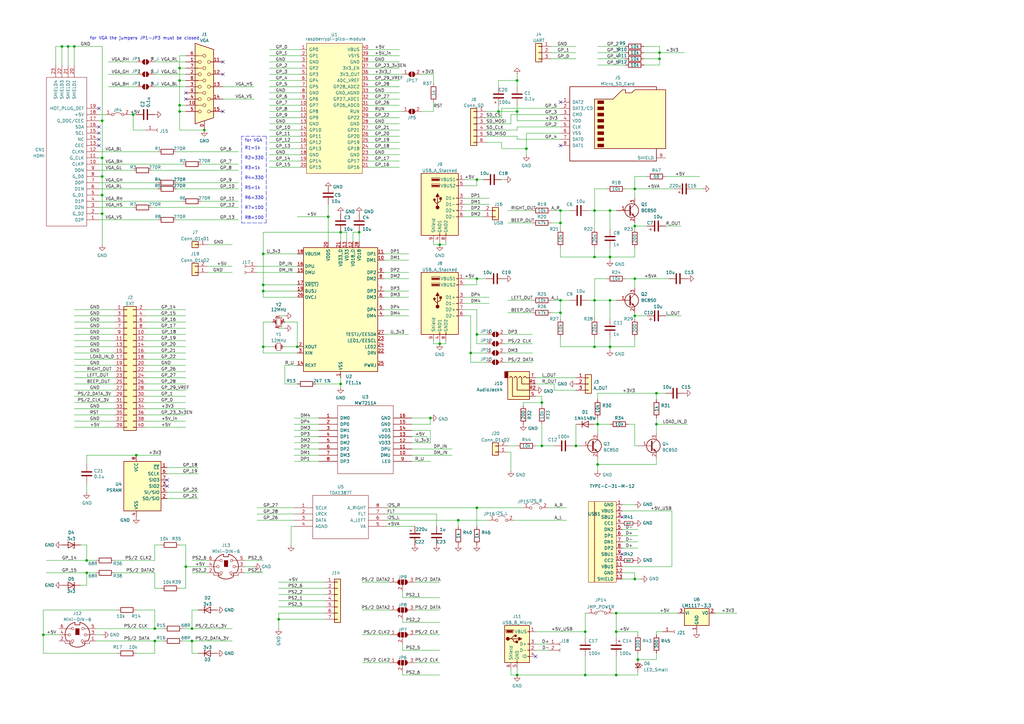
<source format=kicad_sch>
(kicad_sch (version 20211123) (generator eeschema)
  (paper "A3")
  (junction (at 73.66 45.72))
  (junction (at 260.35 237.49))
  (junction (at 193.04 144.78))
  (junction (at 121.92 142.24))
  (junction (at 73.66 33.02))
  (junction (at 229.87 123.19))
  (junction (at 252.73 276.86))
  (junction (at 250.19 86.36))
  (junction (at 229.87 91.44))
  (junction (at 269.24 173.99))
  (junction (at 195.58 137.16))
  (junction (at 35.56 234.95))
  (junction (at 250.19 105.41))
  (junction (at 139.7 157.48))
  (junction (at 107.95 119.38))
  (junction (at 73.66 27.94))
  (junction (at 76.2 232.41))
  (junction (at 215.9 60.96))
  (junction (at 63.5 257.81))
  (junction (at 147.32 95.25))
  (junction (at 252.73 251.46))
  (junction (at 240.03 276.86))
  (junction (at 250.19 123.19))
  (junction (at 78.74 262.89))
  (junction (at 25.4 19.05))
  (junction (at 30.48 19.05))
  (junction (at 41.91 80.01))
  (junction (at 78.74 257.81))
  (junction (at 195.58 73.66))
  (junction (at 17.78 260.35))
  (junction (at 229.87 128.27))
  (junction (at 195.58 208.28))
  (junction (at 180.34 140.97))
  (junction (at 114.3 254))
  (junction (at 41.91 49.53))
  (junction (at 270.51 21.59))
  (junction (at 107.95 142.24))
  (junction (at 73.66 43.18))
  (junction (at 212.09 276.86))
  (junction (at 212.09 45.72))
  (junction (at 35.56 229.87))
  (junction (at 204.47 45.72))
  (junction (at 270.51 24.13))
  (junction (at 195.58 114.3))
  (junction (at 139.7 95.25))
  (junction (at 212.09 33.02))
  (junction (at 260.35 92.71))
  (junction (at 243.84 105.41))
  (junction (at 27.94 19.05))
  (junction (at 222.25 165.1))
  (junction (at 222.25 182.88))
  (junction (at 261.62 270.51))
  (junction (at 240.03 259.08))
  (junction (at 243.84 142.24))
  (junction (at 260.35 129.54))
  (junction (at 187.96 213.36))
  (junction (at 41.91 72.39))
  (junction (at 250.19 142.24))
  (junction (at 41.91 64.77))
  (junction (at 83.82 53.34))
  (junction (at 63.5 262.89))
  (junction (at 107.95 116.84))
  (junction (at 245.11 173.99))
  (junction (at 269.24 161.29))
  (junction (at 134.62 88.9))
  (junction (at 236.22 182.88))
  (junction (at 245.11 190.5))
  (junction (at 260.35 77.47))
  (junction (at 252.73 259.08))
  (junction (at 55.88 186.69))
  (junction (at 54.61 46.99))
  (junction (at 107.95 104.14))
  (junction (at 260.35 114.3))
  (junction (at 243.84 123.19))
  (junction (at 176.53 171.45))
  (junction (at 41.91 87.63))
  (junction (at 180.34 100.33))
  (junction (at 229.87 86.36))
  (junction (at 243.84 86.36))
  (no_connect (at 219.71 269.24))
  (no_connect (at 255.27 227.33))
  (no_connect (at 255.27 212.09))
  (no_connect (at 68.58 196.85))
  (no_connect (at 76.2 38.1))
  (no_connect (at 76.2 40.64))
  (no_connect (at 91.44 45.72))
  (no_connect (at 91.44 30.48))
  (no_connect (at 91.44 25.4))
  (no_connect (at 40.64 57.15))
  (no_connect (at 40.64 59.69))
  (no_connect (at 40.64 44.45))
  (no_connect (at 40.64 52.07))
  (no_connect (at 40.64 54.61))
  (no_connect (at 68.58 199.39))
  (no_connect (at 229.87 59.69))
  (no_connect (at 229.87 41.91))
  (wire (pts (xy 195.58 127) (xy 195.58 137.16)))
  (wire (pts (xy 158.75 208.28) (xy 195.58 208.28)))
  (wire (pts (xy 229.87 123.19) (xy 233.68 123.19)))
  (wire (pts (xy 158.75 210.82) (xy 179.07 210.82)))
  (wire (pts (xy 208.28 123.19) (xy 218.44 123.19)))
  (wire (pts (xy 260.35 129.54) (xy 265.43 129.54)))
  (wire (pts (xy 229.87 86.36) (xy 229.87 91.44)))
  (wire (pts (xy 35.56 198.12) (xy 35.56 201.93)))
  (wire (pts (xy 199.39 140.97) (xy 195.58 140.97)))
  (wire (pts (xy 260.35 72.39) (xy 260.35 77.47)))
  (wire (pts (xy 229.87 91.44) (xy 229.87 93.98)))
  (wire (pts (xy 116.84 142.24) (xy 121.92 142.24)))
  (wire (pts (xy 243.84 77.47) (xy 248.92 77.47)))
  (wire (pts (xy 195.58 73.66) (xy 198.12 73.66)))
  (wire (pts (xy 110.49 45.72) (xy 123.19 45.72)))
  (wire (pts (xy 120.65 215.9) (xy 119.38 215.9)))
  (wire (pts (xy 105.41 111.76) (xy 121.92 111.76)))
  (wire (pts (xy 73.66 43.18) (xy 73.66 33.02)))
  (wire (pts (xy 270.51 26.67) (xy 264.16 26.67)))
  (wire (pts (xy 190.5 81.28) (xy 200.66 81.28)))
  (wire (pts (xy 165.1 254) (xy 165.1 255.27)))
  (wire (pts (xy 207.01 148.59) (xy 218.44 148.59)))
  (wire (pts (xy 219.71 259.08) (xy 240.03 259.08)))
  (wire (pts (xy 255.27 237.49) (xy 260.35 237.49)))
  (wire (pts (xy 195.58 140.97) (xy 195.58 137.16)))
  (wire (pts (xy 219.71 264.16) (xy 224.79 264.16)))
  (wire (pts (xy 72.39 74.93) (xy 97.79 74.93)))
  (wire (pts (xy 62.23 85.09) (xy 97.79 85.09)))
  (wire (pts (xy 41.91 80.01) (xy 41.91 87.63)))
  (wire (pts (xy 199.39 58.42) (xy 205.74 58.42)))
  (wire (pts (xy 255.27 217.17) (xy 261.62 217.17)))
  (wire (pts (xy 35.56 186.69) (xy 35.56 190.5)))
  (wire (pts (xy 224.79 208.28) (xy 232.41 208.28)))
  (wire (pts (xy 180.34 99.06) (xy 180.34 100.33)))
  (wire (pts (xy 85.09 100.33) (xy 95.25 100.33)))
  (wire (pts (xy 59.69 167.64) (xy 76.2 167.64)))
  (wire (pts (xy 82.55 82.55) (xy 97.79 82.55)))
  (wire (pts (xy 214.63 166.37) (xy 214.63 165.1)))
  (wire (pts (xy 255.27 222.25) (xy 261.62 222.25)))
  (wire (pts (xy 63.5 267.97) (xy 55.88 267.97)))
  (wire (pts (xy 250.19 123.19) (xy 252.73 123.19)))
  (wire (pts (xy 245.11 190.5) (xy 245.11 187.96)))
  (wire (pts (xy 243.84 101.6) (xy 243.84 105.41)))
  (wire (pts (xy 193.04 148.59) (xy 199.39 148.59)))
  (wire (pts (xy 176.53 176.53) (xy 168.91 176.53)))
  (wire (pts (xy 243.84 105.41) (xy 250.19 105.41)))
  (wire (pts (xy 284.48 77.47) (xy 288.29 77.47)))
  (wire (pts (xy 293.37 251.46) (xy 302.26 251.46)))
  (wire (pts (xy 39.37 229.87) (xy 35.56 229.87)))
  (wire (pts (xy 59.69 132.08) (xy 76.2 132.08)))
  (wire (pts (xy 53.34 46.99) (xy 54.61 46.99)))
  (wire (pts (xy 269.24 259.08) (xy 269.24 260.35)))
  (wire (pts (xy 151.13 20.32) (xy 163.83 20.32)))
  (wire (pts (xy 195.58 208.28) (xy 195.58 215.9)))
  (wire (pts (xy 63.5 262.89) (xy 67.31 262.89)))
  (wire (pts (xy 59.69 127) (xy 76.2 127)))
  (wire (pts (xy 250.19 86.36) (xy 250.19 93.98)))
  (wire (pts (xy 190.5 83.82) (xy 200.66 83.82)))
  (wire (pts (xy 30.48 144.78) (xy 46.99 144.78)))
  (wire (pts (xy 78.74 267.97) (xy 78.74 262.89)))
  (wire (pts (xy 110.49 68.58) (xy 123.19 68.58)))
  (wire (pts (xy 76.2 232.41) (xy 76.2 241.3)))
  (wire (pts (xy 157.48 127) (xy 167.64 127)))
  (wire (pts (xy 30.48 139.7) (xy 46.99 139.7)))
  (wire (pts (xy 83.82 53.34) (xy 73.66 53.34)))
  (wire (pts (xy 252.73 276.86) (xy 252.73 269.24)))
  (wire (pts (xy 252.73 276.86) (xy 261.62 276.86)))
  (wire (pts (xy 209.55 274.32) (xy 209.55 276.86)))
  (wire (pts (xy 177.8 139.7) (xy 177.8 140.97)))
  (wire (pts (xy 170.18 271.78) (xy 180.34 271.78)))
  (wire (pts (xy 243.84 93.98) (xy 243.84 86.36)))
  (wire (pts (xy 120.65 186.69) (xy 130.81 186.69)))
  (wire (pts (xy 107.95 144.78) (xy 107.95 142.24)))
  (wire (pts (xy 139.7 95.25) (xy 107.95 95.25)))
  (wire (pts (xy 256.54 77.47) (xy 260.35 77.47)))
  (wire (pts (xy 107.95 121.92) (xy 121.92 121.92)))
  (wire (pts (xy 120.65 181.61) (xy 130.81 181.61)))
  (wire (pts (xy 110.49 50.8) (xy 123.19 50.8)))
  (wire (pts (xy 68.58 194.31) (xy 81.28 194.31)))
  (wire (pts (xy 215.9 54.61) (xy 215.9 60.96)))
  (wire (pts (xy 151.13 43.18) (xy 163.83 43.18)))
  (wire (pts (xy 261.62 270.51) (xy 269.24 270.51)))
  (wire (pts (xy 110.49 55.88) (xy 123.19 55.88)))
  (wire (pts (xy 260.35 128.27) (xy 260.35 129.54)))
  (wire (pts (xy 212.09 53.34) (xy 212.09 52.07)))
  (wire (pts (xy 147.32 95.25) (xy 147.32 99.06)))
  (wire (pts (xy 151.13 58.42) (xy 163.83 58.42)))
  (wire (pts (xy 100.33 234.95) (xy 107.95 234.95)))
  (wire (pts (xy 260.35 182.88) (xy 261.62 182.88)))
  (wire (pts (xy 212.09 55.88) (xy 199.39 55.88)))
  (wire (pts (xy 107.95 95.25) (xy 107.95 104.14)))
  (wire (pts (xy 40.64 85.09) (xy 54.61 85.09)))
  (wire (pts (xy 229.87 142.24) (xy 229.87 138.43)))
  (wire (pts (xy 229.87 105.41) (xy 229.87 101.6)))
  (wire (pts (xy 245.11 24.13) (xy 256.54 24.13)))
  (wire (pts (xy 114.3 254) (xy 133.35 254)))
  (wire (pts (xy 95.25 111.76) (xy 85.09 111.76)))
  (wire (pts (xy 110.49 43.18) (xy 123.19 43.18)))
  (wire (pts (xy 157.48 137.16) (xy 167.64 137.16)))
  (wire (pts (xy 227.33 160.02) (xy 236.22 160.02)))
  (wire (pts (xy 41.91 19.05) (xy 30.48 19.05)))
  (wire (pts (xy 222.25 182.88) (xy 227.33 182.88)))
  (wire (pts (xy 59.69 157.48) (xy 76.2 157.48)))
  (wire (pts (xy 260.35 173.99) (xy 260.35 182.88)))
  (wire (pts (xy 170.18 250.19) (xy 180.34 250.19)))
  (wire (pts (xy 120.65 171.45) (xy 130.81 171.45)))
  (wire (pts (xy 73.66 33.02) (xy 76.2 33.02)))
  (wire (pts (xy 190.5 86.36) (xy 198.12 86.36)))
  (wire (pts (xy 30.48 157.48) (xy 46.99 157.48)))
  (wire (pts (xy 59.69 137.16) (xy 76.2 137.16)))
  (wire (pts (xy 208.28 128.27) (xy 218.44 128.27)))
  (wire (pts (xy 41.91 64.77) (xy 41.91 72.39)))
  (wire (pts (xy 41.91 72.39) (xy 41.91 80.01)))
  (wire (pts (xy 39.37 257.81) (xy 63.5 257.81)))
  (wire (pts (xy 59.69 139.7) (xy 76.2 139.7)))
  (wire (pts (xy 165.1 276.86) (xy 180.34 276.86)))
  (wire (pts (xy 256.54 114.3) (xy 260.35 114.3)))
  (wire (pts (xy 151.13 38.1) (xy 163.83 38.1)))
  (wire (pts (xy 243.84 86.36) (xy 250.19 86.36)))
  (wire (pts (xy 110.49 35.56) (xy 123.19 35.56)))
  (wire (pts (xy 195.58 137.16) (xy 199.39 137.16)))
  (wire (pts (xy 165.1 264.16) (xy 165.1 266.7)))
  (wire (pts (xy 269.24 161.29) (xy 269.24 163.83)))
  (wire (pts (xy 151.13 33.02) (xy 163.83 33.02)))
  (wire (pts (xy 177.8 100.33) (xy 180.34 100.33)))
  (wire (pts (xy 179.07 215.9) (xy 179.07 210.82)))
  (wire (pts (xy 110.49 63.5) (xy 123.19 63.5)))
  (wire (pts (xy 208.28 182.88) (xy 212.09 182.88)))
  (wire (pts (xy 59.69 134.62) (xy 76.2 134.62)))
  (wire (pts (xy 250.19 142.24) (xy 250.19 138.43)))
  (wire (pts (xy 269.24 173.99) (xy 269.24 177.8)))
  (wire (pts (xy 151.13 48.26) (xy 163.83 48.26)))
  (wire (pts (xy 134.62 83.82) (xy 134.62 88.9)))
  (wire (pts (xy 63.5 25.4) (xy 76.2 25.4)))
  (wire (pts (xy 110.49 53.34) (xy 123.19 53.34)))
  (wire (pts (xy 44.45 35.56) (xy 55.88 35.56)))
  (wire (pts (xy 269.24 270.51) (xy 269.24 267.97)))
  (wire (pts (xy 30.48 165.1) (xy 46.99 165.1)))
  (wire (pts (xy 269.24 171.45) (xy 269.24 173.99)))
  (wire (pts (xy 30.48 170.18) (xy 46.99 170.18)))
  (wire (pts (xy 107.95 104.14) (xy 121.92 104.14)))
  (wire (pts (xy 139.7 154.94) (xy 139.7 157.48)))
  (wire (pts (xy 261.62 259.08) (xy 261.62 260.35)))
  (wire (pts (xy 245.11 193.04) (xy 245.11 190.5)))
  (wire (pts (xy 260.35 77.47) (xy 260.35 81.28)))
  (wire (pts (xy 114.3 241.3) (xy 133.35 241.3)))
  (wire (pts (xy 73.66 223.52) (xy 76.2 223.52)))
  (wire (pts (xy 35.56 229.87) (xy 19.05 229.87)))
  (wire (pts (xy 134.62 76.2) (xy 134.62 77.47)))
  (wire (pts (xy 40.64 87.63) (xy 41.91 87.63)))
  (wire (pts (xy 240.03 276.86) (xy 252.73 276.86)))
  (wire (pts (xy 250.19 142.24) (xy 250.19 143.51)))
  (wire (pts (xy 255.27 219.71) (xy 261.62 219.71)))
  (polyline (pts (xy 109.22 91.44) (xy 109.22 55.88)))
  (wire (pts (xy 212.09 45.72) (xy 204.47 45.72)))
  (wire (pts (xy 59.69 172.72) (xy 76.2 172.72)))
  (wire (pts (xy 40.64 62.23) (xy 64.77 62.23)))
  (wire (pts (xy 195.58 76.2) (xy 195.58 73.66)))
  (wire (pts (xy 78.74 229.87) (xy 85.09 229.87)))
  (wire (pts (xy 27.94 19.05) (xy 27.94 26.67)))
  (wire (pts (xy 30.48 19.05) (xy 30.48 26.67)))
  (wire (pts (xy 260.35 114.3) (xy 260.35 118.11)))
  (wire (pts (xy 260.35 92.71) (xy 260.35 93.98)))
  (wire (pts (xy 205.74 60.96) (xy 215.9 60.96)))
  (wire (pts (xy 229.87 123.19) (xy 229.87 128.27)))
  (wire (pts (xy 151.13 30.48) (xy 165.1 30.48)))
  (wire (pts (xy 208.28 86.36) (xy 218.44 86.36)))
  (wire (pts (xy 30.48 162.56) (xy 46.99 162.56)))
  (wire (pts (xy 110.49 58.42) (xy 123.19 58.42)))
  (wire (pts (xy 30.48 172.72) (xy 46.99 172.72)))
  (wire (pts (xy 30.48 127) (xy 46.99 127)))
  (wire (pts (xy 222.25 173.99) (xy 222.25 182.88)))
  (wire (pts (xy 210.82 213.36) (xy 232.41 213.36)))
  (wire (pts (xy 207.01 137.16) (xy 218.44 137.16)))
  (wire (pts (xy 144.78 99.06) (xy 144.78 95.25)))
  (wire (pts (xy 260.35 129.54) (xy 260.35 130.81)))
  (wire (pts (xy 30.48 132.08) (xy 46.99 132.08)))
  (wire (pts (xy 209.55 185.42) (xy 209.55 193.04)))
  (wire (pts (xy 17.78 260.35) (xy 24.13 260.35)))
  (wire (pts (xy 121.92 88.9) (xy 134.62 88.9)))
  (wire (pts (xy 176.53 171.45) (xy 168.91 171.45)))
  (wire (pts (xy 59.69 154.94) (xy 76.2 154.94)))
  (wire (pts (xy 219.71 266.7) (xy 224.79 266.7)))
  (wire (pts (xy 243.84 130.81) (xy 243.84 123.19)))
  (wire (pts (xy 30.48 167.64) (xy 46.99 167.64)))
  (wire (pts (xy 110.49 48.26) (xy 123.19 48.26)))
  (wire (pts (xy 59.69 175.26) (xy 76.2 175.26)))
  (wire (pts (xy 260.35 237.49) (xy 262.89 237.49)))
  (wire (pts (xy 260.35 138.43) (xy 260.35 142.24)))
  (wire (pts (xy 204.47 45.72) (xy 199.39 45.72)))
  (wire (pts (xy 222.25 166.37) (xy 222.25 165.1)))
  (wire (pts (xy 260.35 92.71) (xy 265.43 92.71)))
  (wire (pts (xy 114.3 243.84) (xy 133.35 243.84)))
  (wire (pts (xy 114.3 246.38) (xy 133.35 246.38)))
  (wire (pts (xy 25.4 19.05) (xy 25.4 26.67)))
  (wire (pts (xy 264.16 21.59) (xy 270.51 21.59)))
  (wire (pts (xy 68.58 204.47) (xy 81.28 204.47)))
  (wire (pts (xy 261.62 276.86) (xy 261.62 275.59)))
  (wire (pts (xy 212.09 49.53) (xy 212.09 45.72)))
  (wire (pts (xy 134.62 88.9) (xy 134.62 99.06)))
  (wire (pts (xy 30.48 149.86) (xy 46.99 149.86)))
  (wire (pts (xy 62.23 69.85) (xy 97.79 69.85)))
  (wire (pts (xy 245.11 163.83) (xy 245.11 161.29)))
  (wire (pts (xy 250.19 105.41) (xy 250.19 106.68)))
  (wire (pts (xy 151.13 25.4) (xy 163.83 25.4)))
  (wire (pts (xy 151.13 35.56) (xy 163.83 35.56)))
  (wire (pts (xy 72.39 90.17) (xy 97.79 90.17)))
  (wire (pts (xy 68.58 191.77) (xy 81.28 191.77)))
  (wire (pts (xy 111.76 132.08) (xy 107.95 132.08)))
  (wire (pts (xy 100.33 232.41) (xy 104.14 232.41)))
  (wire (pts (xy 243.84 105.41) (xy 229.87 105.41)))
  (wire (pts (xy 121.92 157.48) (xy 116.84 157.48)))
  (wire (pts (xy 76.2 232.41) (xy 85.09 232.41)))
  (wire (pts (xy 251.46 251.46) (xy 252.73 251.46)))
  (wire (pts (xy 19.05 234.95) (xy 35.56 234.95)))
  (wire (pts (xy 40.64 72.39) (xy 41.91 72.39)))
  (wire (pts (xy 243.84 123.19) (xy 250.19 123.19)))
  (wire (pts (xy 260.35 77.47) (xy 276.86 77.47)))
  (wire (pts (xy 209.55 276.86) (xy 212.09 276.86)))
  (wire (pts (xy 40.64 82.55) (xy 74.93 82.55)))
  (wire (pts (xy 40.64 90.17) (xy 64.77 90.17)))
  (wire (pts (xy 215.9 60.96) (xy 215.9 63.5)))
  (wire (pts (xy 30.48 137.16) (xy 46.99 137.16)))
  (wire (pts (xy 195.58 73.66) (xy 190.5 73.66)))
  (wire (pts (xy 59.69 129.54) (xy 76.2 129.54)))
  (wire (pts (xy 209.55 46.99) (xy 229.87 46.99)))
  (wire (pts (xy 226.06 24.13) (xy 236.22 24.13)))
  (wire (pts (xy 250.19 123.19) (xy 250.19 130.81)))
  (wire (pts (xy 158.75 213.36) (xy 187.96 213.36)))
  (wire (pts (xy 205.74 44.45) (xy 229.87 44.45)))
  (wire (pts (xy 39.37 260.35) (xy 41.91 260.35)))
  (polyline (pts (xy 99.06 91.44) (xy 109.22 91.44)))
  (wire (pts (xy 275.59 209.55) (xy 275.59 232.41)))
  (wire (pts (xy 195.58 114.3) (xy 190.5 114.3)))
  (wire (pts (xy 207.01 140.97) (xy 218.44 140.97)))
  (wire (pts (xy 151.13 63.5) (xy 163.83 63.5)))
  (wire (pts (xy 264.16 24.13) (xy 270.51 24.13)))
  (wire (pts (xy 63.5 241.3) (xy 63.5 234.95)))
  (wire (pts (xy 25.4 19.05) (xy 22.86 19.05)))
  (wire (pts (xy 105.41 208.28) (xy 120.65 208.28)))
  (wire (pts (xy 59.69 149.86) (xy 76.2 149.86)))
  (wire (pts (xy 195.58 116.84) (xy 195.58 114.3)))
  (wire (pts (xy 17.78 267.97) (xy 17.78 260.35)))
  (wire (pts (xy 78.74 234.95) (xy 85.09 234.95)))
  (wire (pts (xy 63.5 257.81) (xy 67.31 257.81)))
  (wire (pts (xy 219.71 157.48) (xy 227.33 157.48)))
  (wire (pts (xy 151.13 45.72) (xy 165.1 45.72)))
  (wire (pts (xy 74.93 257.81) (xy 78.74 257.81)))
  (wire (pts (xy 40.64 67.31) (xy 74.93 67.31)))
  (wire (pts (xy 229.87 86.36) (xy 233.68 86.36)))
  (wire (pts (xy 190.5 129.54) (xy 193.04 129.54)))
  (wire (pts (xy 208.28 91.44) (xy 218.44 91.44)))
  (wire (pts (xy 270.51 24.13) (xy 270.51 26.67)))
  (wire (pts (xy 59.69 147.32) (xy 76.2 147.32)))
  (wire (pts (xy 151.13 55.88) (xy 163.83 55.88)))
  (wire (pts (xy 227.33 157.48) (xy 227.33 160.02)))
  (wire (pts (xy 168.91 181.61) (xy 176.53 181.61)))
  (wire (pts (xy 245.11 21.59) (xy 256.54 21.59)))
  (wire (pts (xy 260.35 101.6) (xy 260.35 105.41)))
  (wire (pts (xy 82.55 67.31) (xy 97.79 67.31)))
  (wire (pts (xy 73.66 43.18) (xy 76.2 43.18)))
  (wire (pts (xy 110.49 66.04) (xy 123.19 66.04)))
  (wire (pts (xy 59.69 160.02) (xy 76.2 160.02)))
  (wire (pts (xy 114.3 238.76) (xy 133.35 238.76)))
  (wire (pts (xy 229.87 128.27) (xy 229.87 130.81)))
  (wire (pts (xy 195.58 114.3) (xy 199.39 114.3)))
  (wire (pts (xy 40.64 77.47) (xy 64.77 77.47)))
  (wire (pts (xy 30.48 160.02) (xy 46.99 160.02)))
  (wire (pts (xy 252.73 259.08) (xy 252.73 261.62)))
  (wire (pts (xy 35.56 234.95) (xy 39.37 234.95)))
  (wire (pts (xy 190.5 116.84) (xy 195.58 116.84)))
  (wire (pts (xy 190.5 121.92) (xy 200.66 121.92)))
  (polyline (pts (xy 99.06 55.88) (xy 99.06 60.96)))
  (wire (pts (xy 74.93 262.89) (xy 78.74 262.89)))
  (wire (pts (xy 250.19 105.41) (xy 250.19 101.6)))
  (wire (pts (xy 243.84 114.3) (xy 248.92 114.3)))
  (wire (pts (xy 40.64 80.01) (xy 41.91 80.01)))
  (wire (pts (xy 76.2 241.3) (xy 73.66 241.3)))
  (wire (pts (xy 68.58 201.93) (xy 81.28 201.93)))
  (wire (pts (xy 39.37 262.89) (xy 63.5 262.89)))
  (wire (pts (xy 76.2 223.52) (xy 76.2 232.41)))
  (wire (pts (xy 195.58 208.28) (xy 214.63 208.28)))
  (wire (pts (xy 177.8 140.97) (xy 180.34 140.97)))
  (wire (pts (xy 139.7 157.48) (xy 139.7 158.75)))
  (wire (pts (xy 40.64 69.85) (xy 54.61 69.85)))
  (wire (pts (xy 30.48 154.94) (xy 46.99 154.94)))
  (wire (pts (xy 107.95 119.38) (xy 121.92 119.38)))
  (wire (pts (xy 17.78 250.19) (xy 17.78 260.35)))
  (wire (pts (xy 40.64 74.93) (xy 64.77 74.93)))
  (wire (pts (xy 107.95 116.84) (xy 121.92 116.84)))
  (wire (pts (xy 40.64 49.53) (xy 41.91 49.53)))
  (wire (pts (xy 30.48 147.32) (xy 46.99 147.32)))
  (wire (pts (xy 35.56 223.52) (xy 35.56 229.87)))
  (wire (pts (xy 54.61 53.34) (xy 54.61 46.99)))
  (wire (pts (xy 72.39 77.47) (xy 97.79 77.47)))
  (wire (pts (xy 199.39 48.26) (xy 205.74 48.26)))
  (wire (pts (xy 243.84 86.36) (xy 243.84 77.47)))
  (wire (pts (xy 260.35 105.41) (xy 250.19 105.41)))
  (wire (pts (xy 91.44 40.64) (xy 104.14 40.64)))
  (polyline (pts (xy 99.06 60.96) (xy 99.06 91.44)))
  (wire (pts (xy 41.91 64.77) (xy 41.91 49.53)))
  (wire (pts (xy 182.88 140.97) (xy 182.88 139.7)))
  (wire (pts (xy 59.69 170.18) (xy 76.2 170.18)))
  (wire (pts (xy 245.11 171.45) (xy 245.11 173.99)))
  (wire (pts (xy 252.73 251.46) (xy 252.73 259.08)))
  (wire (pts (xy 204.47 33.02) (xy 212.09 33.02)))
  (wire (pts (xy 168.91 189.23) (xy 176.53 189.23)))
  (wire (pts (xy 180.34 140.97) (xy 182.88 140.97)))
  (wire (pts (xy 236.22 182.88) (xy 237.49 182.88)))
  (wire (pts (xy 260.35 234.95) (xy 260.35 237.49)))
  (wire (pts (xy 151.13 68.58) (xy 163.83 68.58)))
  (wire (pts (xy 207.01 144.78) (xy 218.44 144.78)))
  (wire (pts (xy 30.48 134.62) (xy 46.99 134.62)))
  (wire (pts (xy 116.84 132.08) (xy 121.92 132.08)))
  (wire (pts (xy 241.3 251.46) (xy 240.03 251.46)))
  (wire (pts (xy 116.84 157.48) (xy 116.84 149.86)))
  (wire (pts (xy 151.13 53.34) (xy 163.83 53.34)))
  (wire (pts (xy 157.48 129.54) (xy 167.64 129.54)))
  (wire (pts (xy 165.1 275.59) (xy 165.1 276.86)))
  (wire (pts (xy 91.44 35.56) (xy 104.14 35.56)))
  (wire (pts (xy 193.04 129.54) (xy 193.04 144.78)))
  (wire (pts (xy 205.74 48.26) (xy 205.74 44.45)))
  (wire (pts (xy 168.91 179.07) (xy 175.26 179.07)))
  (wire (pts (xy 182.88 100.33) (xy 182.88 99.06)))
  (wire (pts (xy 190.5 124.46) (xy 200.66 124.46)))
  (wire (pts (xy 168.91 173.99) (xy 176.53 173.99)))
  (wire (pts (xy 269.24 161.29) (xy 273.05 161.29)))
  (wire (pts (xy 245.11 26.67) (xy 256.54 26.67)))
  (wire (pts (xy 73.66 33.02) (xy 73.66 27.94)))
  (wire (pts (xy 260.35 142.24) (xy 250.19 142.24)))
  (wire (pts (xy 240.03 269.24) (xy 240.03 276.86)))
  (wire (pts (xy 73.66 27.94) (xy 73.66 22.86)))
  (wire (pts (xy 180.34 139.7) (xy 180.34 140.97)))
  (wire (pts (xy 63.5 35.56) (xy 76.2 35.56)))
  (wire (pts (xy 214.63 165.1) (xy 222.25 165.1)))
  (wire (pts (xy 190.5 127) (xy 195.58 127)))
  (wire (pts (xy 59.69 165.1) (xy 76.2 165.1)))
  (wire (pts (xy 158.75 215.9) (xy 170.18 215.9)))
  (wire (pts (xy 151.13 27.94) (xy 163.83 27.94)))
  (wire (pts (xy 114.3 251.46) (xy 114.3 254)))
  (wire (pts (xy 40.64 46.99) (xy 43.18 46.99)))
  (wire (pts (xy 129.54 157.48) (xy 139.7 157.48)))
  (wire (pts (xy 255.27 209.55) (xy 275.59 209.55)))
  (wire (pts (xy 222.25 165.1) (xy 222.25 162.56)))
  (wire (pts (xy 275.59 232.41) (xy 255.27 232.41)))
  (wire (pts (xy 107.95 132.08) (xy 107.95 142.24)))
  (wire (pts (xy 54.61 46.99) (xy 55.88 46.99)))
  (wire (pts (xy 114.3 134.62) (xy 116.84 134.62)))
  (wire (pts (xy 119.38 215.9) (xy 119.38 223.52)))
  (wire (pts (xy 30.48 152.4) (xy 46.99 152.4)))
  (wire (pts (xy 110.49 40.64) (xy 123.19 40.64)))
  (wire (pts (xy 110.49 33.02) (xy 123.19 33.02)))
  (wire (pts (xy 100.33 229.87) (xy 107.95 229.87)))
  (wire (pts (xy 107.95 116.84) (xy 107.95 119.38)))
  (wire (pts (xy 212.09 30.48) (xy 212.09 33.02)))
  (wire (pts (xy 212.09 57.15) (xy 229.87 57.15)))
  (wire (pts (xy 245.11 173.99) (xy 250.19 173.99)))
  (wire (pts (xy 269.24 173.99) (xy 281.94 173.99)))
  (wire (pts (xy 226.06 86.36) (xy 229.87 86.36)))
  (wire (pts (xy 144.78 95.25) (xy 147.32 95.25)))
  (wire (pts (xy 107.95 104.14) (xy 107.95 116.84)))
  (wire (pts (xy 44.45 30.48) (xy 55.88 30.48)))
  (wire (pts (xy 63.5 262.89) (xy 63.5 267.97)))
  (wire (pts (xy 55.88 186.69) (xy 66.04 186.69)))
  (wire (pts (xy 245.11 161.29) (xy 269.24 161.29)))
  (wire (pts (xy 151.13 22.86) (xy 163.83 22.86)))
  (wire (pts (xy 46.99 234.95) (xy 63.5 234.95)))
  (wire (pts (xy 78.74 250.19) (xy 78.74 257.81)))
  (wire (pts (xy 120.65 179.07) (xy 130.81 179.07)))
  (wire (pts (xy 139.7 95.25) (xy 139.7 99.06)))
  (wire (pts (xy 199.39 50.8) (xy 209.55 50.8)))
  (wire (pts (xy 273.05 129.54) (xy 279.4 129.54)))
  (wire (pts (xy 165.1 266.7) (xy 180.34 266.7)))
  (wire (pts (xy 110.49 25.4) (xy 123.19 25.4)))
  (wire (pts (xy 78.74 262.89) (xy 95.25 262.89)))
  (wire (pts (xy 73.66 22.86) (xy 76.2 22.86)))
  (wire (pts (xy 95.25 109.22) (xy 85.09 109.22)))
  (wire (pts (xy 257.81 173.99) (xy 260.35 173.99)))
  (wire (pts (xy 72.39 62.23) (xy 97.79 62.23)))
  (wire (pts (xy 120.65 176.53) (xy 130.81 176.53)))
  (wire (pts (xy 240.03 251.46) (xy 240.03 259.08)))
  (wire (pts (xy 148.59 271.78) (xy 160.02 271.78)))
  (wire (pts (xy 41.91 19.05) (xy 41.91 49.53)))
  (wire (pts (xy 110.49 22.86) (xy 123.19 22.86)))
  (wire (pts (xy 264.16 19.05) (xy 270.51 19.05)))
  (wire (pts (xy 105.41 210.82) (xy 120.65 210.82)))
  (wire (pts (xy 170.18 260.35) (xy 180.34 260.35)))
  (wire (pts (xy 177.8 34.29) (xy 177.8 30.48)))
  (wire (pts (xy 241.3 86.36) (xy 243.84 86.36)))
  (wire (pts (xy 168.91 184.15) (xy 185.42 184.15)))
  (wire (pts (xy 33.02 223.52) (xy 35.56 223.52)))
  (wire (pts (xy 176.53 173.99) (xy 176.53 171.45)))
  (wire (pts (xy 212.09 52.07) (xy 229.87 52.07)))
  (wire (pts (xy 121.92 132.08) (xy 121.92 142.24)))
  (wire (pts (xy 63.5 229.87) (xy 63.5 223.52)))
  (wire (pts (xy 243.84 142.24) (xy 229.87 142.24)))
  (wire (pts (xy 114.3 251.46) (xy 133.35 251.46)))
  (wire (pts (xy 157.48 121.92) (xy 167.64 121.92)))
  (wire (pts (xy 35.56 234.95) (xy 35.56 240.03)))
  (wire (pts (xy 48.26 267.97) (xy 17.78 267.97)))
  (wire (pts (xy 176.53 181.61) (xy 176.53 176.53)))
  (wire (pts (xy 63.5 241.3) (xy 66.04 241.3)))
  (wire (pts (xy 114.3 129.54) (xy 116.84 129.54)))
  (wire (pts (xy 212.09 33.02) (xy 212.09 35.56)))
  (wire (pts (xy 157.48 119.38) (xy 167.64 119.38)))
  (wire (pts (xy 245.11 173.99) (xy 245.11 177.8)))
  (wire (pts (xy 59.69 142.24) (xy 76.2 142.24)))
  (wire (pts (xy 260.35 91.44) (xy 260.35 92.71)))
  (wire (pts (xy 255.27 234.95) (xy 260.35 234.95)))
  (wire (pts (xy 177.8 99.06) (xy 177.8 100.33)))
  (wire (pts (xy 81.28 250.19) (xy 78.74 250.19)))
  (wire (pts (xy 219.71 182.88) (xy 222.25 182.88)))
  (wire (pts (xy 59.69 152.4) (xy 76.2 152.4)))
  (wire (pts (xy 151.13 40.64) (xy 163.83 40.64)))
  (wire (pts (xy 245.11 190.5) (xy 269.24 190.5)))
  (wire (pts (xy 245.11 19.05) (xy 256.54 19.05)))
  (wire (pts (xy 236.22 173.99) (xy 236.22 182.88)))
  (wire (pts (xy 226.06 128.27) (xy 229.87 128.27)))
  (wire (pts (xy 63.5 30.48) (xy 76.2 30.48)))
  (wire (pts (xy 226.06 21.59) (xy 236.22 21.59)))
  (wire (pts (xy 243.84 138.43) (xy 243.84 142.24)))
  (wire (pts (xy 265.43 72.39) (xy 260.35 72.39)))
  (wire (pts (xy 204.47 43.18) (xy 204.47 45.72)))
  (wire (pts (xy 180.34 100.33) (xy 182.88 100.33)))
  (wire (pts (xy 212.09 49.53) (xy 229.87 49.53)))
  (wire (pts (xy 252.73 251.46) (xy 278.13 251.46)))
  (wire (pts (xy 30.48 175.26) (xy 46.99 175.26)))
  (wire (pts (xy 190.5 88.9) (xy 198.12 88.9)))
  (wire (pts (xy 273.05 72.39) (xy 287.02 72.39)))
  (wire (pts (xy 151.13 50.8) (xy 163.83 50.8)))
  (wire (pts (xy 142.24 99.06) (xy 142.24 95.25)))
  (wire (pts (xy 187.96 213.36) (xy 187.96 215.9)))
  (wire (pts (xy 212.09 57.15) (xy 212.09 55.88)))
  (wire (pts (xy 120.65 173.99) (xy 130.81 173.99)))
  (wire (pts (xy 157.48 104.14) (xy 167.64 104.14)))
  (wire (pts (xy 177.8 30.48) (xy 172.72 30.48)))
  (wire (pts (xy 187.96 213.36) (xy 200.66 213.36)))
  (wire (pts (xy 107.95 142.24) (xy 111.76 142.24)))
  (wire (pts (xy 250.19 86.36) (xy 252.73 86.36)))
  (wire (pts (xy 208.28 185.42) (xy 209.55 185.42)))
  (wire (pts (xy 271.78 259.08) (xy 269.24 259.08)))
  (wire (pts (xy 212.09 276.86) (xy 240.03 276.86)))
  (wire (pts (xy 107.95 119.38) (xy 107.95 121.92)))
  (wire (pts (xy 110.49 38.1) (xy 123.19 38.1)))
  (wire (pts (xy 209.55 50.8) (xy 209.55 46.99)))
  (wire (pts (xy 120.65 189.23) (xy 130.81 189.23)))
  (wire (pts (xy 30.48 19.05) (xy 27.94 19.05)))
  (wire (pts (xy 168.91 186.69) (xy 185.42 186.69)))
  (wire (pts (xy 46.99 229.87) (xy 63.5 229.87)))
  (wire (pts (xy 151.13 60.96) (xy 163.83 60.96)))
  (wire (pts (xy 177.8 45.72) (xy 172.72 45.72)))
  (wire (pts (xy 30.48 142.24) (xy 46.99 142.24)))
  (wire (pts (xy 199.39 53.34) (xy 212.09 53.34)))
  (wire (pts (xy 241.3 123.19) (xy 243.84 123.19)))
  (wire (pts (xy 270.51 19.05) (xy 270.51 21.59)))
  (wire (pts (xy 63.5 223.52) (xy 66.04 223.52)))
  (wire (pts (xy 212.09 276.86) (xy 212.09 274.32)))
  (wire (pts (xy 148.59 250.19) (xy 160.02 250.19)))
  (wire (pts (xy 22.86 19.05) (xy 22.86 26.67)))
  (wire (pts (xy 73.66 53.34) (xy 73.66 45.72)))
  (wire (pts (xy 114.3 254) (xy 114.3 257.81)))
  (wire (pts (xy 240.03 261.62) (xy 240.03 259.08)))
  (wire (pts (xy 226.06 123.19) (xy 229.87 123.19)))
  (wire (pts (xy 55.88 250.19) (xy 63.5 250.19)))
  (wire (pts (xy 215.9 54.61) (xy 229.87 54.61)))
  (wire (pts (xy 59.69 144.78) (xy 76.2 144.78)))
  (wire (pts (xy 193.04 144.78) (xy 199.39 144.78)))
  (wire (pts (xy 219.71 154.94) (xy 236.22 154.94)))
  (wire (pts (xy 165.1 242.57) (xy 165.1 245.11)))
  (wire (pts (xy 236.22 182.88) (xy 234.95 182.88)))
  (wire (pts (xy 252.73 259.08) (xy 261.62 259.08)))
  (wire (pts (xy 105.41 213.36) (xy 120.65 213.36)))
  (wire (pts (xy 116.84 149.86) (xy 121.92 149.86)))
  (wire (pts (xy 157.48 114.3) (xy 167.64 114.3)))
  (wire (pts (xy 226.06 19.05) (xy 236.22 19.05)))
  (wire (pts (xy 110.49 27.94) (xy 123.19 27.94)))
  (wire (pts (xy 204.47 35.56) (xy 204.47 33.02)))
  (wire (pts (xy 105.41 109.22) (xy 121.92 109.22)))
  (wire (pts (xy 205.74 73.66) (xy 207.01 73.66)))
  (wire (pts (xy 212.09 43.18) (xy 212.09 45.72)))
  (wire (pts (xy 273.05 92.71) (xy 279.4 92.71)))
  (wire (pts (xy 41.91 87.63) (xy 41.91 100.33)))
  (wire (pts (xy 121.92 144.78) (xy 107.95 144.78)))
  (wire (pts (xy 177.8 41.91) (xy 177.8 45.72)))
  (wire (pts (xy 170.18 238.76) (xy 180.34 238.76)))
  (wire (pts (xy 73.66 45.72) (xy 73.66 43.18)))
  (wire (pts (xy 40.64 64.77) (xy 41.91 64.77)))
  (wire (pts (xy 63.5 250.19) (xy 63.5 257.81)))
  (wire (pts (xy 243.84 142.24) (xy 250.19 142.24)))
  (wire (pts (xy 35.56 240.03) (xy 33.02 240.03)))
  (wire (pts (xy 78.74 257.81) (xy 95.25 257.81)))
  (wire (pts (xy 110.49 20.32) (xy 123.19 20.32)))
  (wire (pts (xy 157.48 111.76) (xy 167.64 111.76)))
  (wire (pts (xy 148.59 260.35) (xy 160.02 260.35)))
  (wire (pts (xy 114.3 248.92) (xy 133.35 248.92)))
  (wire (pts (xy 148.59 238.76) (xy 160.02 238.76)))
  (wire (pts (xy 270.51 21.59) (xy 270.51 24.13)))
  (wire (pts (xy 151.13 66.04) (xy 163.83 66.04)))
  (wire (pts (xy 59.69 53.34) (xy 54.61 53.34)))
  (wire (pts (xy 35.56 186.69) (xy 55.88 186.69)))
  (wire (pts (xy 48.26 250.19) (xy 17.78 250.19)))
  (polyline (pts (xy 109.22 55.88) (xy 99.06 55.88)))
  (wire (pts (xy 222.25 162.56) (xy 219.71 162.56)))
  (wire (pts (xy 165.1 255.27) (xy 180.34 255.27)))
  (wire (pts (xy 205.74 58.42) (xy 205.74 60.96)))
  (wire (pts (xy 27.94 19.05) (xy 25.4 19.05)))
  (wire (pts (xy 269.24 190.5) (xy 269.24 187.96)))
  (wire (pts (xy 270.51 21.59) (xy 280.67 21.59)))
  (wire (pts (xy 226.06 91.44) (xy 229.87 91.44)))
  (wire (pts (xy 260.35 114.3) (xy 274.32 114.3)))
  (wire (pts (xy 59.69 162.56) (xy 76.2 162.56)))
  (wire (pts (xy 255.27 207.01) (xy 260.35 207.01)))
  (wire (pts (xy 73.66 27.94) (xy 76.2 27.94)))
  (wire (pts (xy 120.65 184.15) (xy 130.81 184.15)))
  (wire (pts (xy 110.49 30.48) (xy 123.19 30.48)))
  (wire (pts (xy 157.48 106.68) (xy 167.64 106.68)))
  (wire (pts (xy 110.49 60.96) (xy 123.19 60.96)))
  (wire (pts (xy 30.48 129.54) (xy 46.99 129.54)))
  (wire (pts (xy 193.04 144.78) (xy 193.04 148.59)))
  (wire (pts (xy 142.24 95.25) (xy 139.7 95.25)))
  (wire (pts (xy 255.27 224.79) (xy 261.62 224.79)))
  (wire (pts (xy 165.1 245.11) (xy 180.34 245.11)))
  (wire (pts (xy 190.5 76.2) (xy 195.58 76.2)))
  (wire (pts (xy 243.84 123.19) (xy 243.84 114.3)))
  (wire (pts (xy 73.66 45.72) (xy 76.2 45.72)))
  (wire (pts (xy 81.28 267.97) (xy 78.74 267.97)))
  (wire (pts (xy 44.45 25.4) (xy 55.88 25.4)))
  (wire (pts (xy 261.62 267.97) (xy 261.62 270.51)))
  (wire (pts (xy 243.84 173.99) (xy 245.11 173.99)))
  (text "for VGA" (at 100.33 58.42 0) (effects (font (size 1.27 1.27)) (justify left bottom)))
  (text "for VGA the jumpers JP1-JP3 must be closed" (at 36.83 16.51 0) (effects (font (size 1.27 1.27)) (justify left bottom)))
  (text "R1=1k\n\nR2=330\n\nR3=1k\n\nR4=330\n\nR5=1k\n\nR6=330\n\nR7=100\n\nR8=100" (at 100.33 90.17 0) (effects (font (size 1.27 1.27)) (justify left bottom)))
  (label "GND" (at 228.6 19.05 0))
  (label "PS2_5" (at 118.11 248.92 0))
  (label "GP_20" (at 153.67 55.88 0))
  (label "GND" (at 36.83 129.54 0))
  (label "PS2_1" (at 166.37 245.11 0))
  (label "LEFT_OUT" (at 35.56 154.94 0))
  (label "GP_3" (at 248.92 21.59 0))
  (label "+5VA" (at 265.43 77.47 0))
  (label "+5V_in" (at 153.67 22.86 0))
  (label "GP_22" (at 153.67 48.26 0))
  (label "GP_0" (at 66.045 165.1 0))
  (label "L_OUT" (at 273.05 129.54 0))
  (label "DM1" (at 123.19 186.69 0))
  (label "+5V" (at 36.83 175.26 0))
  (label "VGA_HS" (at 43.18 85.09 0))
  (label "DM1" (at 193.04 83.82 0))
  (label "R_OUT" (at 273.05 92.71 0))
  (label "+3V3" (at 255.27 161.29 0))
  (label "GP_22" (at 66.04 147.32 0))
  (label "PS{slash}2_DATA_3V" (at 80.01 262.89 0))
  (label "GP_28" (at 107.95 210.82 0))
  (label "DM4" (at 123.19 171.45 0))
  (label "GP_13" (at 90.17 90.17 0))
  (label "GP_7" (at 113.03 43.18 0))
  (label "PS{slash}2 DATA" (at 170.18 238.76 0))
  (label "R_U" (at 170.18 189.23 0))
  (label "GP_20" (at 74.93 201.93 0))
  (label "+3V3" (at 273.05 21.59 0))
  (label "GP_23_3v3EN" (at 66.04 170.18 0))
  (label "GND" (at 36.83 134.62 0))
  (label "U_3v3" (at 170.18 181.61 0))
  (label "GP_28" (at 153.67 35.56 0))
  (label "DP2" (at 123.19 184.15 0))
  (label "+5VA" (at 264.16 114.3 0))
  (label "A_R" (at 227.33 208.28 0))
  (label "RIGHT_OUT" (at 35.56 152.4 0))
  (label "GP_12" (at 90.17 85.09 0))
  (label "GP_13" (at 113.03 60.96 0))
  (label "GND" (at 36.83 144.78 0))
  (label "GP_2" (at 113.03 27.94 0))
  (label "DM1" (at 160.02 106.68 0))
  (label "I2S_R" (at 158.75 208.28 0))
  (label "SD_MISO" (at 199.39 55.88 0))
  (label "+5V" (at 153.67 20.32 0))
  (label "GND" (at 36.83 142.24 0))
  (label "GP_17" (at 153.67 66.04 0))
  (label "GND" (at 66.04 149.86 0))
  (label "GP_29_VREF" (at 66.04 160.02 0))
  (label "GP_0" (at 228.6 24.13 0))
  (label "GP_9" (at 113.03 48.26 0))
  (label "GP_14" (at 25.4 229.87 0))
  (label "GP_14" (at 113.03 66.04 0))
  (label "GP_8" (at 113.03 45.72 0))
  (label "PS{slash}2 DATA2" (at 63.5 234.95 180))
  (label "GP_1" (at 228.6 21.59 0))
  (label "RIGHT_OUT" (at 209.55 86.36 0))
  (label "GP_23_3v3EN" (at 153.67 27.94 0))
  (label "GND" (at 113.03 25.4 0))
  (label "+3V3" (at 60.96 186.69 0))
  (label "VGA_GL" (at 43.18 69.85 0))
  (label "GP_27" (at 153.67 40.64 0))
  (label "D-" (at 256.54 222.25 0))
  (label "GP_9" (at 90.17 74.93 0))
  (label "GP_26" (at 107.95 213.36 0))
  (label "GP_11" (at 90.17 82.55 0))
  (label "RST" (at 177.8 44.45 0))
  (label "+5V" (at 53.34 46.99 0))
  (label "D-" (at 222.3475 266.7 0))
  (label "+5V" (at 88.9 109.22 0))
  (label "PS2_5" (at 166.37 266.7 0))
  (label "GP_19" (at 74.93 194.31 0))
  (label "PS2_6" (at 166.37 276.86 0))
  (label "R_U" (at 116.84 149.86 0))
  (label "GP_5" (at 113.03 35.56 0))
  (label "FLT" (at 158.75 210.82 0))
  (label "GND" (at 153.67 25.4 0))
  (label "GP_19" (at 153.67 58.42 0))
  (label "GND" (at 36.83 149.86 0))
  (label "D+" (at 256.54 219.71 0))
  (label "VGA_VS" (at 43.18 90.17 0))
  (label "+5V" (at 270.51 251.46 0))
  (label "GND" (at 153.67 38.1 0))
  (label "+3V3" (at 66.04 167.64 0))
  (label "+5V" (at 276.86 72.39 0))
  (label "DP_IN" (at 114.3 109.22 0))
  (label "D+" (at 256.54 224.79 0))
  (label "DM3" (at 123.19 176.53 0))
  (label "PS2_5" (at 101.6 229.87 0))
  (label "GND" (at 36.83 167.64 0))
  (label "VGA_RH" (at 43.18 82.55 0))
  (label "+5V" (at 125.73 88.9 0))
  (label "BEEP_OUT" (at 209.55 128.27 0))
  (label "+5V_USB" (at 226.06 259.08 0))
  (label "A_L" (at 226.06 123.19 0))
  (label "DP4" (at 160.02 127 0))
  (label "A_L" (at 227.33 213.36 0))
  (label "PS2_6" (at 78.74 229.87 0))
  (label "GND" (at 36.83 160.02 0))
  (label "+5V" (at 254 259.08 0))
  (label "+5V" (at 170.18 179.07 0))
  (label "PS{slash}2 CLK" (at 208.28 140.97 0))
  (label "GND" (at 33.02 19.05 0))
  (label "VGA_VS" (at 96.52 40.64 0))
  (label "GP_1" (at 113.03 22.86 0))
  (label "DP2" (at 160.02 111.76 0))
  (label "SD_CLK" (at 199.39 53.34 0))
  (label "U_3v3" (at 160.02 137.16 0))
  (label "+3V3" (at 172.72 30.48 0))
  (label "VGA_GH" (at 43.18 74.93 0))
  (label "PS{slash}2 CLK" (at 170.18 271.78 0))
  (label "GP_29_VREF" (at 153.67 33.02 0))
  (label "GP_14" (at 66.04 127 0))
  (label "GND" (at 91.44 111.76 180))
  (label "D-" (at 256.54 217.17 0))
  (label "PS{slash}2 CLK2" (at 160.02 260.35 180))
  (label "DP3" (at 123.19 179.07 0))
  (label "PS{slash}2 DATA" (at 170.18 250.19 0))
  (label "DM_IN" (at 177.8 186.69 0))
  (label "GP_18" (at 74.93 191.77 0))
  (label "GP_0" (at 113.03 20.32 0))
  (label "PS2_2" (at 118.11 243.84 0))
  (label "GP_15" (at 66.04 129.54 0))
  (label "GP_21" (at 66.04 144.78 0))
  (label "GND" (at 153.67 50.8 0))
  (label "GP_12" (at 113.03 58.42 0))
  (label "GP_18" (at 153.67 60.96 0))
  (label "GP_6" (at 113.03 40.64 0))
  (label "GND" (at 36.83 132.08 0))
  (label "GP_6" (at 90.17 62.23 0))
  (label "DM4" (at 160.02 129.54 0))
  (label "GP_27" (at 66.04 154.94 0))
  (label "PS{slash}2 CLK2" (at 62.23 229.87 180))
  (label "PS{slash}2 DATA2" (at 160.02 238.76 180))
  (label "GP_5" (at 248.92 26.67 0))
  (label "GP_21" (at 153.67 53.34 0))
  (label "DM2" (at 193.04 88.9 0))
  (label "VGA_BH" (at 45.72 35.56 0))
  (label "VGA_RH" (at 45.72 25.4 0))
  (label "PS{slash}2_DATA_3V" (at 31.75 162.56 0))
  (label "GP_2" (at 223.52 52.07 0))
  (label "GND" (at 153.67 63.5 0))
  (label "VGA_GH" (at 45.72 30.48 0))
  (label "PS2_2" (at 78.74 234.95 0))
  (label "VGA_BH" (at 43.18 67.31 0))
  (label "GND" (at 113.03 38.1 0))
  (label "+5V" (at 190.5 114.3 0))
  (label "GP_10" (at 113.03 53.34 0))
  (label "VGA_BL" (at 66.04 35.56 0))
  (label "RST" (at 36.83 170.18 0))
  (label "GP_26" (at 66.04 152.4 0))
  (label "+3V3_i" (at 153.67 30.48 0))
  (label "VGA_RL" (at 66.04 25.4 0))
  (label "PS{slash}2 CLK" (at 170.18 260.35 0))
  (label "PS{slash}2 CLK2" (at 160.02 271.78 180))
  (label "GND" (at 113.03 50.8 0))
  (label "DP3" (at 160.02 119.38 0))
  (label "GP_21" (at 74.93 204.47 0))
  (label "GND" (at 113.03 63.5 0))
  (label "+5V_in" (at 66.04 172.72 0))
  (label "BEEP_OUT" (at 209.55 91.44 0))
  (label "PS{slash}2 CLK" (at 50.8 257.81 0))
  (label "GP_8" (at 90.17 69.85 0))
  (label "GP_5" (at 223.52 44.45 0))
  (label "DP1" (at 193.04 81.28 0))
  (label "GP_27" (at 107.95 208.28 0))
  (label "U_3v3" (at 109.22 104.14 0))
  (label "R_OUT" (at 222.25 157.48 0))
  (label "PS{slash}2 DATA" (at 50.8 262.89 0))
  (label "GND" (at 36.83 172.72 0))
  (label "GP_4" (at 223.52 57.15 0))
  (label "GND" (at 36.83 137.16 0))
  (label "GP_2" (at 248.92 19.05 0))
  (label "GP_17" (at 66.04 134.62 0))
  (label "D+" (at 222.25 264.16 0))
  (label "GP_15" (at 25.4 234.95 0))
  (label "GP_19" (at 66.04 139.7 0))
  (label "LOAD_IN_D" (at 271.78 173.99 0))
  (label "PS{slash}2_CLK_3V" (at 80.01 257.81 0))
  (label "+5V" (at 118.11 238.76 0))
  (label "GND" (at 36.83 139.7 0))
  (label "+5V" (at 80.01 232.41 0))
  (label "GP_3" (at 223.52 46.99 0))
  (label "I2S_L" (at 158.75 213.36 0))
  (label "A_R" (at 226.06 86.36 0))
  (label "RUN" (at 153.67 45.72 0))
  (label "GND" (at 36.83 127 0))
  (label "PS2_1" (at 118.11 246.38 0))
  (label "DM2" (at 123.19 181.61 0))
  (label "GP_3" (at 113.03 30.48 0))
  (label "GP_26" (at 153.67 43.18 0))
  (label "PS2_2" (at 166.37 255.27 0))
  (label "DM_IN" (at 114.3 111.76 0))
  (label "GP_4" (at 113.03 33.02 0))
  (label "+5V_USB" (at 266.7 209.55 0))
  (label "GP_16" (at 153.67 68.58 0))
  (label "PS{slash}2 DATA" (at 208.28 148.59 0))
  (label "GP_11" (at 113.03 55.88 0))
  (label "GP_18" (at 66.1828 137.16 0))
  (label "SD_CS" (at 199.39 48.26 0))
  (label "GP_20" (at 66.0248 142.24 0))
  (label "PS2_1" (at 101.6 234.95 0))
  (label "VGA_GL" (at 66.04 30.48 0))
  (label "PS2_6" (at 118.11 241.3 0))
  (label "BEEP_OUT" (at 35.56 157.48 0))
  (label "GND" (at 87.63 100.33 0))
  (label "VGA_RL" (at 43.18 77.47 0))
  (label "+5V" (at 190.5 73.66 0))
  (label "LOAD_IN_D" (at 36.83 147.32 0))
  (label "GP_10" (at 90.17 77.47 0))
  (label "+3V3" (at 295.91 251.46 0))
  (label "DP4" (at 193.04 121.92 0))
  (label "+3V3" (at 223.52 49.53 0))
  (label "PS{slash}2 DATA2" (at 160.02 250.19 180))
  (label "VGA_HS" (at 96.52 35.56 0))
  (label "GP_16" (at 66.1038 132.08 0))
  (label "GP_1" (at 66.04 162.56 0))
  (label "DM2" (at 160.02 114.3 0))
  (label "DP3" (at 208.28 137.16 0))
  (label "+5V" (at 19.05 260.35 0))
  (label "DP4" (at 123.19 173.99 0))
  (label "DP2" (at 193.04 86.36 0))
  (label "DP1" (at 160.02 104.14 0))
  (label "DM3" (at 208.28 144.78 0))
  (label "GP_28" (at 66.04 157.48 0))
  (label "DM3" (at 160.02 121.92 0))
  (label "GP_4" (at 248.92 24.13 0))
  (label "L_OUT" (at 222.25 154.94 0))
  (label "DP1" (at 123.19 189.23 0))
  (label "LEFT_OUT" (at 209.55 123.19 0))
  (label "GP_7" (at 90.17 67.31 0))
  (label "SD_MOSI" (at 199.39 50.8 0))
  (label "VGA_BL" (at 43.18 62.23 0))
  (label "+5V" (at 66.04 175.26 0))
  (label "DM4" (at 193.04 124.46 0))
  (label "DP_IN" (at 177.8 184.15 0))
  (label "GP_15" (at 113.03 68.58 0))
  (label "PS{slash}2_CLK_3V" (at 31.75 165.1 0))
  (label "+5VA" (at 158.75 215.9 0))
  (symbol (lib_id "power:GND") (at 25.4 223.52 270) (unit 1)
    (property "Reference" "#PWR0114" (effects hide))
    (property "Value" "GND" (at 20.32 223.52 90))
  )
  (symbol (lib_id "Jumper:SolderJumper_2_Open") (at 168.91 45.72 0) (unit 1)
    (property "Reference" "JP5" (at 168.91 48.26 0))
    (property "Value" "R_J" (effects hide))
    (property "Footprint" "Jumper:SolderJumper-2_P1.3mm_Open_RoundedPad1.0x1.5mm" (effects hide))
  )
  (symbol (lib_id "Connector:Conn_01x02_Female") (at 100.33 109.22 0) (mirror y) (unit 1)
    (property "Reference" "J17" (at 100.965 107.6 0))
    (property "Value" "Conn_01x02_Female" (effects hide))
    (property "Footprint" "LIBS:conn 2" (effects hide))
  )
  (symbol (lib_id "Device:C") (at 139.7 91.44 0) (unit 1)
    (property "Reference" "C3" (at 141.0878 89.2127 0) (effects (justify left)))
    (property "Value" "10u" (at 140.97 93.98 0) (effects (justify left)))
    (property "Footprint" "Capacitor_SMD:C_0805_2012Metric_Pad1.18x1.45mm_HandSolder" (effects hide))
  )
  (symbol (lib_id "Device:R") (at 215.9 182.88 90) (mirror x) (unit 1)
    (property "Reference" "R44" (at 215.9 180.34 90))
    (property "Value" "10k" (at 215.9 182.88 90))
    (property "Footprint" "Resistor_SMD:R_0805_2012Metric_Pad1.20x1.40mm_HandSolder" (effects hide))
  )
  (symbol (lib_id "Device:R") (at 252.73 77.47 270) (unit 1)
    (property "Reference" "R18" (at 252.73 74.93 90))
    (property "Value" "10k" (at 252.73 77.47 90))
    (property "Footprint" "Resistor_SMD:R_0805_2012Metric_Pad1.20x1.40mm_HandSolder" (effects hide))
  )
  (symbol (lib_id "Device:C") (at 35.56 194.31 0) (unit 1)
    (property "Reference" "C21" (at 38.481 193.1416 0) (effects (justify left)))
    (property "Value" "0.1u" (at 38.481 195.453 0) (effects (justify left)))
    (property "Footprint" "Capacitor_SMD:C_0805_2012Metric_Pad1.18x1.45mm_HandSolder" (effects hide))
  )
  (symbol (lib_id "power:GND") (at 250.19 106.68 0) (unit 1)
    (property "Reference" "#PWR06" (effects hide))
    (property "Value" "GND" (at 252.095 108.3838 0) (effects (justify left)))
  )
  (symbol (lib_id "power:GND") (at 179.07 223.52 0) (unit 1)
    (property "Reference" "#PWR019" (effects hide))
    (property "Value" "GND" (effects hide))
  )
  (symbol (lib_id "power:GND") (at 236.22 157.48 270) (unit 1)
    (property "Reference" "#PWR0109" (effects hide))
    (property "Value" "GND" (at 228.6 157.48 90) (effects (justify left)))
  )
  (symbol (lib_id "Device:R") (at 222.25 86.36 270) (unit 1)
    (property "Reference" "R19" (at 222.25 83.82 90))
    (property "Value" "10k" (at 222.25 86.36 90))
    (property "Footprint" "Resistor_SMD:R_0805_2012Metric_Pad1.20x1.40mm_HandSolder" (effects hide))
  )
  (symbol (lib_name "C_1") (lib_id "Device:C") (at 252.73 265.43 0) (unit 1)
    (property "Reference" "C14" (at 255.27 262.89 0) (effects (justify left)))
    (property "Value" "100u" (at 254 267.97 0) (effects (justify left)))
    (property "Footprint" "LIBS:c_comb_pol" (effects hide))
  )
  (symbol (lib_id "power:GND") (at 285.75 259.08 0) (unit 1)
    (property "Reference" "#PWR0125" (effects hide))
    (property "Value" "GND" (effects hide))
  )
  (symbol (lib_id "power:GND") (at 88.9 267.97 90) (unit 1)
    (property "Reference" "#PWR0110" (effects hide))
    (property "Value" "GND" (at 93.98 267.97 90))
  )
  (symbol (lib_id "power:GND") (at 260.35 207.01 90) (unit 1)
    (property "Reference" "#PWR0120" (effects hide))
    (property "Value" "GND" (at 263.6012 206.883 90) (effects (justify right)))
  )
  (symbol (lib_id "power:GND") (at 187.96 223.52 0) (unit 1)
    (property "Reference" "#PWR020" (effects hide))
    (property "Value" "GND" (effects hide))
  )
  (symbol (lib_id "Device:C") (at 276.86 161.29 270) (unit 1)
    (property "Reference" "C15" (at 279.4 158.75 90) (effects (justify left)))
    (property "Value" "10u" (at 271.78 158.75 90) (effects (justify left)))
    (property "Footprint" "Capacitor_SMD:C_0805_2012Metric_Pad1.18x1.45mm_HandSolder" (effects hide))
  )
  (symbol (lib_id "power:GND") (at 63.5 46.99 90) (unit 1)
    (property "Reference" "#PWR02" (effects hide))
    (property "Value" "GND" (effects hide))
  )
  (symbol (lib_id "Device:R") (at 71.12 262.89 90) (unit 1)
    (property "Reference" "R16" (at 66.04 261.62 90))
    (property "Value" "68R" (at 76.2 261.62 90))
    (property "Footprint" "Resistor_SMD:R_0805_2012Metric_Pad1.20x1.40mm_HandSolder" (effects hide))
  )
  (symbol (lib_id "Device:R") (at 195.58 219.71 180) (unit 1)
    (property "Reference" "R46" (at 199.39 218.44 0))
    (property "Value" "1k" (at 195.58 219.71 90))
    (property "Footprint" "Resistor_SMD:R_0805_2012Metric_Pad1.20x1.40mm_HandSolder" (effects hide))
  )
  (symbol (lib_id "Device:R") (at 269.24 72.39 270) (unit 1)
    (property "Reference" "R47" (at 269.24 69.85 90))
    (property "Value" "68" (at 269.24 72.39 90))
    (property "Footprint" "Resistor_SMD:R_0805_2012Metric_Pad1.20x1.40mm_HandSolder" (effects hide))
  )
  (symbol (lib_id "Device:C") (at 237.49 123.19 90) (unit 1)
    (property "Reference" "C9" (at 234.95 120.65 90) (effects (justify left)))
    (property "Value" "10u" (at 240.03 119.38 90) (effects (justify left)))
    (property "Footprint" "Capacitor_SMD:C_0805_2012Metric_Pad1.18x1.45mm_HandSolder" (effects hide))
  )
  (symbol (lib_id "Device:R") (at 260.35 97.79 180) (unit 1)
    (property "Reference" "R23" (at 257.81 93.98 0))
    (property "Value" "200" (at 260.35 97.79 90))
    (property "Footprint" "Resistor_SMD:R_0805_2012Metric_Pad1.20x1.40mm_HandSolder" (effects hide))
  )
  (symbol (lib_id "Device:R") (at 43.18 234.95 270) (unit 1)
    (property "Reference" "R38" (at 48.26 236.22 90))
    (property "Value" "68R" (at 38.1 236.22 90))
    (property "Footprint" "Resistor_SMD:R_0805_2012Metric_Pad1.20x1.40mm_HandSolder" (effects hide))
  )
  (symbol (lib_id "Device:R") (at 269.24 167.64 180) (unit 1)
    (property "Reference" "R31" (at 273.05 166.37 0))
    (property "Value" "1k" (at 269.24 167.64 90))
    (property "Footprint" "Resistor_SMD:R_0805_2012Metric_Pad1.20x1.40mm_HandSolder" (effects hide))
  )
  (symbol (lib_id "Device:R") (at 254 173.99 90) (unit 1)
    (property "Reference" "R34" (at 254 171.45 90))
    (property "Value" "10k" (at 254 173.99 90))
    (property "Footprint" "Resistor_SMD:R_0805_2012Metric_Pad1.20x1.40mm_HandSolder" (effects hide))
  )
  (symbol (lib_id "Device:R") (at 261.62 264.16 180) (unit 1)
    (property "Reference" "R43" (at 265.43 262.89 0))
    (property "Value" "300" (at 261.62 264.16 90))
    (property "Footprint" "Resistor_SMD:R_0805_2012Metric_Pad1.20x1.40mm_HandSolder" (effects hide))
  )
  (symbol (lib_id "power:GND") (at 260.35 214.63 90) (unit 1)
    (property "Reference" "#PWR0121" (effects hide))
    (property "Value" "GND" (at 263.6012 214.503 90) (effects (justify right)))
  )
  (symbol (lib_id "Device:D_Zener") (at 29.21 240.03 180) (unit 1)
    (property "Reference" "D5" (at 29.21 237.49 0))
    (property "Value" "3v3" (at 29.21 242.4629 0))
    (property "Footprint" "LIBS:D_0805_PLUS" (effects hide))
  )
  (symbol (lib_id "Connector_Generic:Conn_01x02") (at 80.01 111.76 180) (unit 1)
    (property "Reference" "J19" (at 80.01 104.14 0))
    (property "Value" "Conn_01x02" (at 80.01 106.7871 0))
    (property "Footprint" "Connector_PinHeader_2.54mm:PinHeader_1x02_P2.54mm_Vertical" (effects hide))
  )
  (symbol (lib_id "Device:R") (at 222.25 123.19 270) (unit 1)
    (property "Reference" "R25" (at 222.25 120.65 90))
    (property "Value" "10k" (at 222.25 123.19 90))
    (property "Footprint" "Resistor_SMD:R_0805_2012Metric_Pad1.20x1.40mm_HandSolder" (effects hide))
  )
  (symbol (lib_id "Device:C") (at 237.49 86.36 90) (unit 1)
    (property "Reference" "C6" (at 234.95 83.82 90) (effects (justify left)))
    (property "Value" "10u" (at 240.03 82.55 90) (effects (justify left)))
    (property "Footprint" "Capacitor_SMD:C_0805_2012Metric_Pad1.18x1.45mm_HandSolder" (effects hide))
  )
  (symbol (lib_name "Jumper_2_Open_1") (lib_id "Jumper:Jumper_2_Open") (at 219.71 208.28 0) (unit 1)
    (property "Reference" "JP15" (at 214.63 205.74 0))
    (property "Value" "I2S_R" (at 219.71 205.4661 0))
    (property "Footprint" "Connector_PinHeader_2.54mm:PinHeader_1x02_P2.54mm_Vertical" (effects hide))
  )
  (symbol (lib_id "power:GND") (at 280.67 161.29 90) (unit 1)
    (property "Reference" "#PWR013" (effects hide))
    (property "Value" "GND" (effects hide))
  )
  (symbol (lib_id "Device:C") (at 278.13 114.3 270) (unit 1)
    (property "Reference" "C13" (at 280.67 111.76 90) (effects (justify left)))
    (property "Value" "10u" (at 273.05 111.76 90) (effects (justify left)))
    (property "Footprint" "Capacitor_SMD:C_0805_2012Metric_Pad1.18x1.45mm_HandSolder" (effects hide))
  )
  (symbol (lib_id "Device:R") (at 68.58 77.47 90) (unit 1)
    (property "Reference" "R5" (at 64.77 76.2 90))
    (property "Value" "270R" (at 73.66 76.2 90))
    (property "Footprint" "LIBS:R_0805_PLUS" (effects hide))
  )
  (symbol (lib_id "Device:R") (at 260.35 19.05 90) (unit 1)
    (property "Reference" "R9" (at 255.27 17.78 90))
    (property "Value" "10k" (at 260.35 19.05 90))
    (property "Footprint" "Resistor_SMD:R_0805_2012Metric_Pad1.20x1.40mm_HandSolder" (effects hide))
  )
  (symbol (lib_id "power:GND") (at 134.62 77.47 180) (unit 1)
    (property "Reference" "#PWR0108" (effects hide))
    (property "Value" "GND" (at 136.525 76.6338 0) (effects (justify right)))
  )
  (symbol (lib_id "Jumper:SolderJumper_2_Open") (at 203.2 148.59 0) (unit 1)
    (property "Reference" "JP13" (at 199.39 147.32 0))
    (property "Value" "J" (effects hide))
    (property "Footprint" "Jumper:SolderJumper-2_P1.3mm_Open_RoundedPad1.0x1.5mm" (effects hide))
  )
  (symbol (lib_id "Device:C") (at 203.2 114.3 270) (unit 1)
    (property "Reference" "C19" (at 205.74 111.76 90) (effects (justify left)))
    (property "Value" "10u" (at 198.12 111.76 90) (effects (justify left)))
    (property "Footprint" "Capacitor_SMD:C_0805_2012Metric_Pad1.18x1.45mm_HandSolder" (effects hide))
  )
  (symbol (lib_id "power:GND") (at 88.9 250.19 90) (unit 1)
    (property "Reference" "#PWR0111" (effects hide))
    (property "Value" "GND" (at 93.98 250.19 90))
  )
  (symbol (lib_id "Diode:1N4148W") (at 240.03 173.99 0) (unit 1)
    (property "Reference" "D1" (at 240.03 169.0202 0))
    (property "Value" "1N4148W" (at 240.03 171.5571 0))
    (property "Footprint" "Diode_SMD:D_SOD-123" (effects hide))
    (property "Datasheet" "https://www.vishay.com/docs/85748/1n4148w.pdf" (effects hide))
  )
  (symbol (lib_id "kiwikit-rpi-pico-rescue:raspberrypi-pico-module-kiwih_kicad") (at 137.16 44.45 0) (unit 1)
    (property "Reference" "U1" (at 137.16 14.2072 0))
    (property "Value" "raspberrypi-pico-module" (at 137.6452 15.9525 0))
    (property "Footprint" "LIBS:Raspberry_Pi_Pico_SMT_THT_MOD_3" (effects hide))
  )
  (symbol (lib_id "Device:C") (at 212.09 39.37 0) (unit 1)
    (property "Reference" "C1" (at 215.011 38.2016 0) (effects (justify left)))
    (property "Value" "0.1u" (at 215.011 40.513 0) (effects (justify left)))
    (property "Footprint" "Capacitor_SMD:C_0805_2012Metric_Pad1.18x1.45mm_HandSolder" (effects hide))
  )
  (symbol (lib_id "Device:R") (at 68.58 90.17 90) (unit 1)
    (property "Reference" "R8" (at 64.77 88.9 90))
    (property "Value" "270R" (at 73.66 88.9 90))
    (property "Footprint" "LIBS:R_0805_PLUS" (effects hide))
  )
  (symbol (lib_name "C_3") (lib_id "Device:C") (at 269.24 92.71 90) (unit 1)
    (property "Reference" "C7" (at 267.97 91.44 90) (effects (justify left)))
    (property "Value" "10u" (at 271.78 88.9 90) (effects (justify left)))
    (property "Footprint" "LIBS:c_comb_pol" (effects hide))
  )
  (symbol (lib_id "MW7211A:MW7211A") (at 149.86 180.34 0) (unit 1)
    (property "Reference" "U3" (at 149.86 162.7972 0))
    (property "Value" "MW7211A" (at 149.86 165.3341 0))
    (property "Footprint" "Package_SO:SO-16_5.3x10.2mm_P1.27mm" (effects hide))
    (property "Datasheet" "DOCUMENTATION" (effects hide))
  )
  (symbol (lib_id "power:GND") (at 180.34 140.97 0) (unit 1)
    (property "Reference" "#PWR0104" (effects hide))
    (property "Value" "GND" (at 180.34 145.4134 0))
  )
  (symbol (lib_id "Regulator_Linear:LM1117-3.3") (at 285.75 251.46 0) (unit 1)
    (property "Reference" "U6" (at 285.75 245.8552 0))
    (property "Value" "LM1117-3.3" (at 285.75 248.3921 0))
    (property "Footprint" "Package_TO_SOT_SMD:SOT-223-3_TabPin2" (effects hide))
    (property "Datasheet" "http://www.ti.com/lit/ds/symlink/lm1117.pdf" (effects hide))
  )
  (symbol (lib_id "Jumper:SolderJumper_2_Open") (at 203.2 144.78 0) (unit 1)
    (property "Reference" "JP11" (at 199.39 143.51 0))
    (property "Value" "J" (effects hide))
    (property "Footprint" "Jumper:SolderJumper-2_P1.3mm_Open_RoundedPad1.0x1.5mm" (effects hide))
  )
  (symbol (lib_id "Connector:AudioJack4") (at 214.63 160.02 0) (mirror x) (unit 1)
    (property "Reference" "J10" (at 206.2481 157.2803 0) (effects (justify right)))
    (property "Value" "AudioJack4" (at 206.2481 159.8172 0) (effects (justify right)))
    (property "Footprint" "Connector_Audio:Jack_3.5mm_PJ320D_Horizontal" (effects hide))
  )
  (symbol (lib_id "Device:R") (at 58.42 85.09 90) (unit 1)
    (property "Reference" "R7" (at 54.61 83.82 90))
    (property "Value" "270R" (at 63.5 83.82 90))
    (property "Footprint" "LIBS:R_0805_PLUS" (effects hide))
  )
  (symbol (lib_id "power:GND") (at 207.01 73.66 90) (unit 1)
    (property "Reference" "#PWR0112" (effects hide))
    (property "Value" "GND" (effects hide))
  )
  (symbol (lib_id "Connector:Conn_01x01_Female") (at 64.77 53.34 0) (unit 1)
    (property "Reference" "J15" (at 65.4812 53.7738 0) (effects (justify left)))
    (property "Value" "Conn_01x01_Female" (effects hide))
    (property "Footprint" "LIBS:conn_1" (effects hide))
  )
  (symbol (lib_id "power:GND") (at 260.35 229.87 90) (unit 1)
    (property "Reference" "#PWR0122" (effects hide))
    (property "Value" "GND" (at 263.6012 229.743 90) (effects (justify right)))
  )
  (symbol (lib_id "Jumper:SolderJumper_2_Open") (at 168.91 30.48 0) (unit 1)
    (property "Reference" "JP17" (at 168.91 33.02 0))
    (property "Value" "R_J" (effects hide))
    (property "Footprint" "Jumper:SolderJumper-2_P1.3mm_Open_RoundedPad1.0x1.5mm" (effects hide))
  )
  (symbol (lib_id "Jumper:SolderJumper_3_Open") (at 165.1 238.76 0) (unit 1)
    (property "Reference" "JP9" (at 165.1 236.7082 0))
    (property "Value" "SolderJumper_3_Open" (effects hide))
    (property "Footprint" "LIBS:SolderJumper-3_P1.3mm_Open_RoundedPad1.0x1.5mm" (effects hide))
  )
  (symbol (lib_id "Device:LED_Small") (at 261.62 273.05 270) (mirror x) (unit 1)
    (property "Reference" "D6" (at 264.033 272.1518 90) (effects (justify left)))
    (property "Value" "LED_Small" (at 264.033 274.6887 90) (effects (justify left)))
    (property "Footprint" "LED_SMD:LED_1206_3216Metric_Pad1.42x1.75mm_HandSolder" (effects hide))
  )
  (symbol (lib_id "Connector:Conn_01x01_Female") (at 276.86 259.08 0) (unit 1)
    (property "Reference" "J21" (at 277.5712 259.5138 0) (effects (justify left)))
    (property "Value" "Conn_01x01_Female" (effects hide))
    (property "Footprint" "Connector_Pin:Pin_D0.7mm_L6.5mm_W1.8mm_FlatFork" (effects hide))
  )
  (symbol (lib_id "Device:R") (at 68.58 62.23 90) (unit 1)
    (property "Reference" "R1" (at 64.77 60.96 90))
    (property "Value" "270R" (at 73.66 60.96 90))
    (property "Footprint" "LIBS:R_0805_PLUS" (effects hide))
  )
  (symbol (lib_id "Jumper:SolderJumper_2_Open") (at 203.2 137.16 0) (unit 1)
    (property "Reference" "JP10" (at 199.39 135.89 0))
    (property "Value" "J" (effects hide))
    (property "Footprint" "Jumper:SolderJumper-2_P1.3mm_Open_RoundedPad1.0x1.5mm" (effects hide))
  )
  (symbol (lib_id "power:GND") (at 147.32 87.63 180) (unit 1)
    (property "Reference" "#PWR0106" (effects hide))
    (property "Value" "GND" (at 149.225 86.7938 0) (effects (justify right)))
  )
  (symbol (lib_id "Device:D_Zener") (at 29.21 223.52 180) (unit 1)
    (property "Reference" "D4" (at 29.21 218.44 0))
    (property "Value" "3v3" (at 29.21 220.98 0))
    (property "Footprint" "LIBS:D_0805_PLUS" (effects hide))
  )
  (symbol (lib_id "Jumper:Jumper_2_Bridged") (at 48.26 46.99 0) (unit 1)
    (property "Reference" "JP4" (at 48.26 45.1922 0))
    (property "Value" "Jumper_2_Bridged" (effects hide))
    (property "Footprint" "Jumper:SolderJumper-2_P1.3mm_Bridged_RoundedPad1.0x1.5mm" (effects hide))
  )
  (symbol (lib_id "Device:R") (at 243.84 97.79 180) (unit 1)
    (property "Reference" "R22" (at 241.3 93.98 0))
    (property "Value" "20к" (at 243.84 97.79 90))
    (property "Footprint" "Resistor_SMD:R_0805_2012Metric_Pad1.20x1.40mm_HandSolder" (effects hide))
  )
  (symbol (lib_id "power:GND") (at 41.91 100.33 0) (unit 1)
    (property "Reference" "#PWR05" (effects hide))
    (property "Value" "GND" (at 41.91 104.7734 0))
  )
  (symbol (lib_id "Device:R") (at 269.24 264.16 180) (unit 1)
    (property "Reference" "R45" (at 273.05 262.89 0))
    (property "Value" "300" (at 269.24 264.16 90))
    (property "Footprint" "Resistor_SMD:R_0805_2012Metric_Pad1.20x1.40mm_HandSolder" (effects hide))
  )
  (symbol (lib_id "Device:R") (at 187.96 219.71 180) (unit 1)
    (property "Reference" "R40" (at 191.77 218.44 0))
    (property "Value" "1k" (at 187.96 219.71 90))
    (property "Footprint" "Resistor_SMD:R_0805_2012Metric_Pad1.20x1.40mm_HandSolder" (effects hide))
  )
  (symbol (lib_id "Device:R") (at 78.74 82.55 90) (unit 1)
    (property "Reference" "R6" (at 74.93 81.28 90))
    (property "Value" "270R" (at 83.82 81.28 90))
    (property "Footprint" "LIBS:R_0805_PLUS" (effects hide))
  )
  (symbol (lib_id "Connector_Generic:Conn_01x06") (at 194.31 50.8 0) (mirror y) (unit 1)
    (property "Reference" "J6" (at 194.31 40.7502 0))
    (property "Value" "Conn_SD" (at 194.31 43.2871 0))
    (property "Footprint" "Connector_PinSocket_2.54mm:PinSocket_1x06_P2.54mm_Vertical" (effects hide))
  )
  (symbol (lib_id "Device:C") (at 231.14 182.88 90) (unit 1)
    (property "Reference" "C12" (at 228.6 180.34 90) (effects (justify left)))
    (property "Value" "100n" (at 233.68 179.07 90) (effects (justify left)))
    (property "Footprint" "Capacitor_SMD:C_0805_2012Metric_Pad1.18x1.45mm_HandSolder" (effects hide))
  )
  (symbol (lib_id "power:GND") (at 281.94 114.3 90) (unit 1)
    (property "Reference" "#PWR012" (effects hide))
    (property "Value" "GND" (effects hide))
  )
  (symbol (lib_id "Device:R") (at 125.73 157.48 90) (unit 1)
    (property "Reference" "R13" (at 119.38 156.21 90))
    (property "Value" "2k7 1%" (at 132.08 156.21 90))
    (property "Footprint" "Resistor_SMD:R_0805_2012Metric_Pad1.20x1.40mm_HandSolder" (effects hide))
  )
  (symbol (lib_id "power:GND") (at 212.09 30.48 180) (unit 1)
    (property "Reference" "#PWR01" (effects hide))
    (property "Value" "GND" (effects hide))
  )
  (symbol (lib_id "Device:C") (at 250.19 134.62 0) (unit 1)
    (property "Reference" "C11" (at 251.5778 132.3927 0) (effects (justify left)))
    (property "Value" "1n" (at 251.46 137.16 0) (effects (justify left)))
    (property "Footprint" "Capacitor_SMD:C_0805_2012Metric_Pad1.18x1.45mm_HandSolder" (effects hide))
  )
  (symbol (lib_name "C_1") (lib_id "Device:C") (at 204.47 39.37 180) (unit 1)
    (property "Reference" "C20" (at 208.28 36.83 0) (effects (justify left)))
    (property "Value" "100u" (at 209.55 41.91 0) (effects (justify left)))
    (property "Footprint" "LIBS:c_comb_pol" (effects hide))
  )
  (symbol (lib_id "Interface_USB:FE1.1s") (at 139.7 127 0) (unit 1)
    (property "Reference" "U2" (at 141.7194 154.4304 0) (effects (justify left)))
    (property "Value" "FE1.1s" (at 141.7194 156.9673 0) (effects (justify left)))
    (property "Footprint" "Package_SO:SSOP-28_3.9x9.9mm_P0.635mm" (effects hide))
    (property "Datasheet" "https://cdn-shop.adafruit.com/product-files/2991/FE1.1s+Data+Sheet+(Rev.+1.0).pdf" (effects hide))
  )
  (symbol (lib_id "Device:R") (at 229.87 97.79 180) (unit 1)
    (property "Reference" "R21" (at 227.33 93.98 0))
    (property "Value" "10k" (at 229.87 97.79 90))
    (property "Footprint" "Resistor_SMD:R_0805_2012Metric_Pad1.20x1.40mm_HandSolder" (effects hide))
  )
  (symbol (lib_id "Connector_Generic:Conn_01x03") (at 220.98 21.59 0) (mirror y) (unit 1)
    (property "Reference" "J4" (at 220.98 14.0802 0))
    (property "Value" "UART" (at 220.98 16.6171 0))
    (property "Footprint" "Connector_PinHeader_2.54mm:PinHeader_1x03_P2.54mm_Vertical" (effects hide))
  )
  (symbol (lib_id "power:GND") (at 116.84 129.54 90) (unit 1)
    (property "Reference" "#PWR0118" (effects hide))
    (property "Value" "GND" (effects hide))
  )
  (symbol (lib_id "Device:R") (at 214.63 170.18 0) (mirror y) (unit 1)
    (property "Reference" "R32" (at 217.17 170.18 90))
    (property "Value" "200" (at 214.63 170.18 90))
    (property "Footprint" "Resistor_SMD:R_0805_2012Metric_Pad1.20x1.40mm_HandSolder" (effects hide))
  )
  (symbol (lib_id "Device:R") (at 58.42 69.85 90) (unit 1)
    (property "Reference" "R3" (at 54.61 68.58 90))
    (property "Value" "270R" (at 63.5 68.58 90))
    (property "Footprint" "LIBS:R_0805_PLUS" (effects hide))
  )
  (symbol (lib_id "power:GND") (at 139.7 158.75 0) (unit 1)
    (property "Reference" "#PWR0102" (effects hide))
    (property "Value" "GND" (at 139.7 163.1934 0))
  )
  (symbol (lib_id "Device:D_Zener") (at 85.09 250.19 0) (unit 1)
    (property "Reference" "D2" (at 85.09 245.2202 0))
    (property "Value" "3v3" (at 85.09 247.7571 0))
    (property "Footprint" "LIBS:D_0805_PLUS" (effects hide))
  )
  (symbol (lib_id "Jumper:SolderJumper_2_Open") (at 59.69 25.4 0) (unit 1)
    (property "Reference" "JP1" (at 55.88 24.13 0))
    (property "Value" "R_J" (at 63.5 24.13 0))
    (property "Footprint" "Jumper:SolderJumper-2_P1.3mm_Open_RoundedPad1.0x1.5mm" (effects hide))
  )
  (symbol (lib_id "Connector_Generic:Conn_01x03") (at 241.3 157.48 0) (unit 1)
    (property "Reference" "J3" (at 243.332 156.6453 0) (effects (justify left)))
    (property "Value" "A_OUT" (at 243.332 159.1822 0) (effects (justify left)))
    (property "Footprint" "Connector_PinHeader_2.54mm:PinHeader_1x03_P2.54mm_Vertical" (effects hide))
  )
  (symbol (lib_id "power:GND") (at 288.29 77.47 90) (unit 1)
    (property "Reference" "#PWR014" (effects hide))
    (property "Value" "GND" (effects hide))
  )
  (symbol (lib_id "Connector:Mini-DIN-6") (at 92.71 232.41 0) (unit 1)
    (property "Reference" "J13" (at 92.7277 223.6302 0))
    (property "Value" "Mini-DIN-6" (at 92.7277 226.1671 0))
    (property "Footprint" "LIBS:Connector_Mini-DIN_Female_6Pin" (effects hide))
    (property "Datasheet" "http://service.powerdynamics.com/ec/Catalog17/Section%2011.pdf" (effects hide))
  )
  (symbol (lib_id "Device:R") (at 260.35 24.13 90) (unit 1)
    (property "Reference" "R11" (at 255.27 22.86 90))
    (property "Value" "10k" (at 260.35 24.13 90))
    (property "Footprint" "Resistor_SMD:R_0805_2012Metric_Pad1.20x1.40mm_HandSolder" (effects hide))
  )
  (symbol (lib_id "Connector:USB_B_Micro") (at 212.09 264.16 0) (unit 1)
    (property "Reference" "J11" (at 212.09 252.8402 0))
    (property "Value" "USB_B_Micro" (at 212.09 255.3771 0))
    (property "Footprint" "LIBS:USB_Micro-B_Amphenol" (effects hide))
  )
  (symbol (lib_id "Device:R") (at 222.25 91.44 270) (unit 1)
    (property "Reference" "R20" (at 222.25 88.9 90))
    (property "Value" "47k" (at 222.25 91.44 90))
    (property "Footprint" "Resistor_SMD:R_0805_2012Metric_Pad1.20x1.40mm_HandSolder" (effects hide))
  )
  (symbol (lib_id "Device:C") (at 147.32 91.44 0) (unit 1)
    (property "Reference" "C4" (at 148.7078 89.2127 0) (effects (justify left)))
    (property "Value" "10u" (at 148.59 93.98 0) (effects (justify left)))
    (property "Footprint" "Capacitor_SMD:C_0805_2012Metric_Pad1.18x1.45mm_HandSolder" (effects hide))
  )
  (symbol (lib_id "Jumper:SolderJumper_3_Open") (at 165.1 250.19 0) (unit 1)
    (property "Reference" "JP8" (at 165.1 248.1382 0))
    (property "Value" "SolderJumper_3_Open" (effects hide))
    (property "Footprint" "LIBS:SolderJumper-3_P1.3mm_Open_RoundedPad1.0x1.5mm" (effects hide))
  )
  (symbol (lib_id "Device:D_Zener") (at 85.09 267.97 0) (unit 1)
    (property "Reference" "D3" (at 85.09 270.51 0))
    (property "Value" "3v3" (at 85.09 265.5371 0))
    (property "Footprint" "LIBS:D_0805_PLUS" (effects hide))
  )
  (symbol (lib_id "TDA1387T:TDA1387T") (at 139.7 212.09 0) (unit 1)
    (property "Reference" "U5" (at 139.7 199.6272 0))
    (property "Value" "TDA1387T" (at 139.7 202.1641 0))
    (property "Footprint" "Package_SO:SO-8_5.3x6.2mm_P1.27mm" (effects hide))
    (property "Datasheet" "DOCUMENTATION" (effects hide))
  )
  (symbol (lib_id "power:GND") (at 170.18 223.52 0) (unit 1)
    (property "Reference" "#PWR018" (effects hide))
    (property "Value" "GND" (effects hide))
  )
  (symbol (lib_id "Connector:Conn_01x02_Female") (at 229.87 264.16 0) (unit 1)
    (property "Reference" "J18" (at 229.87 262.89 0) (effects (justify left)))
    (property "Value" "Conn_01x02_Female" (effects hide))
    (property "Footprint" "LIBS:conn 2" (effects hide))
  )
  (symbol (lib_id "power:GND") (at 215.9 63.5 0) (unit 1)
    (property "Reference" "#PWR03" (effects hide))
    (property "Value" "GND" (at 215.9 67.9434 0))
  )
  (symbol (lib_id "Device:R_Small") (at 257.81 214.63 270) (unit 1)
    (property "Reference" "R41" (at 257.81 212.09 90))
    (property "Value" "5.1K " (at 257.81 214.63 90) (effects (font (size 0.508 0.508))))
    (property "Footprint" "Resistor_SMD:R_0805_2012Metric_Pad1.20x1.40mm_HandSolder" (effects hide))
    (property "LCSC" " " (effects hide))
  )
  (symbol (lib_id "Device:C") (at 59.69 46.99 90) (unit 1)
    (property "Reference" "C2" (at 58.5216 44.069 0) (effects (justify left)))
    (property "Value" "0.1u" (at 60.833 44.069 0) (effects (justify left)))
    (property "Footprint" "LIBS:R_0805_PLUS" (effects hide))
  )
  (symbol (lib_id "Device:R") (at 260.35 21.59 90) (unit 1)
    (property "Reference" "R10" (at 255.27 20.32 90))
    (property "Value" "10k" (at 260.35 21.59 90))
    (property "Footprint" "Resistor_SMD:R_0805_2012Metric_Pad1.20x1.40mm_HandSolder" (effects hide))
  )
  (symbol (lib_id "Transistor_BJT:BC850") (at 242.57 182.88 0) (unit 1)
    (property "Reference" "Q3" (at 247.4214 182.0453 0) (effects (justify left)))
    (property "Value" "BC850" (at 247.4214 184.5822 0) (effects (justify left)))
    (property "Footprint" "Package_TO_SOT_SMD:SOT-23" (effects hide))
    (property "Datasheet" "http://www.infineon.com/dgdl/Infineon-BC847SERIES_BC848SERIES_BC849SERIES_BC850SERIES-DS-v01_01-en.pdf?fileId=db3a304314dca389011541d4630a1657" (effects hide))
  )
  (symbol (lib_id "Device:R") (at 78.74 67.31 90) (unit 1)
    (property "Reference" "R2" (at 74.93 66.04 90))
    (property "Value" "270R" (at 83.82 66.04 90))
    (property "Footprint" "LIBS:R_0805_PLUS" (effects hide))
  )
  (symbol (lib_id "Jumper:SolderJumper_2_Open") (at 203.2 140.97 0) (unit 1)
    (property "Reference" "JP12" (at 199.39 139.7 0))
    (property "Value" "J" (effects hide))
    (property "Footprint" "Jumper:SolderJumper-2_P1.3mm_Open_RoundedPad1.0x1.5mm" (effects hide))
  )
  (symbol (lib_id "Device:R") (at 69.85 241.3 270) (mirror x) (unit 1)
    (property "Reference" "R39" (at 72.39 238.76 90))
    (property "Value" "10k" (at 68.58 238.76 90))
    (property "Footprint" "Resistor_SMD:R_0805_2012Metric_Pad1.20x1.40mm_HandSolder" (effects hide))
  )
  (symbol (lib_id "Device:R") (at 222.25 128.27 270) (unit 1)
    (property "Reference" "R26" (at 222.25 125.73 90))
    (property "Value" "47k" (at 222.25 128.27 90))
    (property "Footprint" "Resistor_SMD:R_0805_2012Metric_Pad1.20x1.40mm_HandSolder" (effects hide))
  )
  (symbol (lib_id "power:GND") (at 41.91 260.35 90) (unit 1)
    (property "Reference" "#PWR0101" (effects hide))
    (property "Value" "GND" (at 46.99 260.35 90))
  )
  (symbol (lib_id "power:GND") (at 219.71 160.02 90) (unit 1)
    (property "Reference" "#PWR08" (effects hide))
    (property "Value" "GND" (at 222.885 160.4538 90) (effects (justify right)))
  )
  (symbol (lib_id "Device:R") (at 43.18 229.87 270) (unit 1)
    (property "Reference" "R36" (at 48.26 231.14 90))
    (property "Value" "68R" (at 38.1 231.14 90))
    (property "Footprint" "Resistor_SMD:R_0805_2012Metric_Pad1.20x1.40mm_HandSolder" (effects hide))
  )
  (symbol (lib_id "Type-C:HRO-TYPE-C-31-M-12") (at 252.73 220.98 0) (unit 1)
    (property "Reference" "USB1" (at 246.38 210.82 0) (effects (justify right)))
    (property "Value" "TYPE-C-31-M-12" (at 260.35 199.39 0) (effects (justify right)))
    (property "Footprint" "LIBS:USB-TYPE-C-31-M-12_lib2" (effects hide))
    (property "LCSC" "C165948" (effects hide))
  )
  (symbol (lib_id "Device:R") (at 177.8 38.1 180) (unit 1)
    (property "Reference" "R37" (at 175.26 34.29 0))
    (property "Value" "1k" (at 177.8 38.1 90))
    (property "Footprint" "Resistor_SMD:R_0805_2012Metric_Pad1.20x1.40mm_HandSolder" (effects hide))
  )
  (symbol (lib_id "Device:R") (at 260.35 134.62 180) (unit 1)
    (property "Reference" "R29" (at 257.81 130.81 0))
    (property "Value" "200" (at 260.35 134.62 90))
    (property "Footprint" "Resistor_SMD:R_0805_2012Metric_Pad1.20x1.40mm_HandSolder" (effects hide))
  )
  (symbol (lib_id "power:GND") (at 114.3 257.81 0) (unit 1)
    (property "Reference" "#PWR0116" (effects hide))
    (property "Value" "GND" (at 114.3 262.89 90))
  )
  (symbol (lib_id "Device:R") (at 245.11 167.64 180) (unit 1)
    (property "Reference" "R30" (at 248.92 166.37 0))
    (property "Value" "10k" (at 245.11 167.64 90))
    (property "Footprint" "Resistor_SMD:R_0805_2012Metric_Pad1.20x1.40mm_HandSolder" (effects hide))
  )
  (symbol (lib_id "Device:R") (at 71.12 257.81 90) (unit 1)
    (property "Reference" "R15" (at 66.04 256.54 90))
    (property "Value" "68R" (at 76.2 256.54 90))
    (property "Footprint" "Resistor_SMD:R_0805_2012Metric_Pad1.20x1.40mm_HandSolder" (effects hide))
  )
  (symbol (lib_id "Device:R") (at 260.35 26.67 90) (unit 1)
    (property "Reference" "R12" (at 255.27 25.4 90))
    (property "Value" "10k" (at 260.35 26.67 90))
    (property "Footprint" "Resistor_SMD:R_0805_2012Metric_Pad1.20x1.40mm_HandSolder" (effects hide))
  )
  (symbol (lib_id "Transistor_BJT:BC850") (at 266.7 182.88 0) (unit 1)
    (property "Reference" "Q4" (at 271.5514 182.0453 0) (effects (justify left)))
    (property "Value" "BC850" (at 271.5514 184.5822 0) (effects (justify left)))
    (property "Footprint" "Package_TO_SOT_SMD:SOT-23" (effects hide))
    (property "Datasheet" "http://www.infineon.com/dgdl/Infineon-BC847SERIES_BC848SERIES_BC849SERIES_BC850SERIES-DS-v01_01-en.pdf?fileId=db3a304314dca389011541d4630a1657" (effects hide))
  )
  (symbol (lib_id "Device:R") (at 52.07 267.97 90) (unit 1)
    (property "Reference" "R17" (at 48.26 265.43 90))
    (property "Value" "10k" (at 54.61 265.43 90))
    (property "Footprint" "Resistor_SMD:R_0805_2012Metric_Pad1.20x1.40mm_HandSolder" (effects hide))
  )
  (symbol (lib_id "Device:C") (at 240.03 265.43 0) (unit 1)
    (property "Reference" "C17" (at 241.3 262.89 0) (effects (justify left)))
    (property "Value" "100n" (at 241.3 267.97 0) (effects (justify left)))
    (property "Footprint" "Capacitor_SMD:C_0805_2012Metric_Pad1.18x1.45mm_HandSolder" (effects hide))
  )
  (symbol (lib_id "power:GND") (at 35.56 201.93 0) (unit 1)
    (property "Reference" "#PWR015" (effects hide))
    (property "Value" "GND" (at 35.687 206.3242 0))
  )
  (symbol (lib_id "Jumper:Jumper_2_Open") (at 246.38 251.46 0) (unit 1)
    (property "Reference" "JP14" (at 246.38 246.1092 0))
    (property "Value" "JMP_POWER" (at 246.38 248.92 0))
    (property "Footprint" "Jumper:SolderJumper-2_P1.3mm_Bridged_RoundedPad1.0x1.5mm" (effects hide))
  )
  (symbol (lib_id "power:GND") (at 262.89 237.49 90) (unit 1)
    (property "Reference" "#PWR0119" (effects hide))
    (property "Value" "GND" (at 266.1412 237.363 90) (effects (justify right)))
  )
  (symbol (lib_id "Device:C") (at 201.93 73.66 270) (unit 1)
    (property "Reference" "C18" (at 204.47 71.12 90) (effects (justify left)))
    (property "Value" "10u" (at 196.85 71.12 90) (effects (justify left)))
    (property "Footprint" "Capacitor_SMD:C_0805_2012Metric_Pad1.18x1.45mm_HandSolder" (effects hide))
  )
  (symbol (lib_id "Memory_RAM:ESP-PSRAM32") (at 58.42 199.39 0) (unit 1)
    (property "Reference" "U4" (at 50.0381 198.5553 0) (effects (justify right)))
    (property "Value" "PSRAM" (at 50.0381 201.0922 0) (effects (justify right)))
    (property "Footprint" "Package_SO:SO-8_5.3x6.2mm_P1.27mm" (effects hide))
    (property "Datasheet" "https://www.espressif.com/sites/default/files/documentation/esp-psram32_datasheet_en.pdf" (effects hide))
  )
  (symbol (lib_id "power:GND") (at 212.09 276.86 0) (unit 1)
    (property "Reference" "#PWR0107" (effects hide))
    (property "Value" "GND" (at 212.09 281.3034 0))
  )
  (symbol (lib_id "Transistor_BJT:BC850") (at 257.81 86.36 0) (unit 1)
    (property "Reference" "Q1" (at 262.89 83.82 0) (effects (justify left)))
    (property "Value" "BC850" (at 262.89 86.36 0) (effects (justify left)))
    (property "Footprint" "Package_TO_SOT_SMD:SOT-23" (effects hide))
    (property "Datasheet" "http://www.infineon.com/dgdl/Infineon-BC847SERIES_BC848SERIES_BC849SERIES_BC850SERIES-DS-v01_01-en.pdf?fileId=db3a304314dca389011541d4630a1657" (effects hide))
  )
  (symbol (lib_id "Connector_Generic:Conn_02x20_Odd_Even") (at 52.07 149.86 0) (unit 1)
    (property "Reference" "J2" (at 53.34 122.0302 0))
    (property "Value" "EXT" (at 53.34 124.5671 0))
    (property "Footprint" "Connector_PinHeader_2.54mm:PinHeader_2x20_P2.54mm_Vertical" (effects hide))
  )
  (symbol (lib_name "C_5") (lib_id "Device:C") (at 170.18 219.71 0) (unit 1)
    (property "Reference" "C22" (at 170.18 222.25 0) (effects (justify left)))
    (property "Value" "220u" (at 170.3923 217.1011 0) (effects (justify left)))
    (property "Footprint" "Capacitor_Tantalum_SMD:CP_EIA-6032-28_Kemet-C" (effects hide))
  )
  (symbol (lib_id "Device:R") (at 69.85 223.52 90) (mirror x) (unit 1)
    (property "Reference" "R35" (at 72.39 220.98 90))
    (property "Value" "10k" (at 67.31 220.98 90))
    (property "Footprint" "Resistor_SMD:R_0805_2012Metric_Pad1.20x1.40mm_HandSolder" (effects hide))
  )
  (symbol (lib_id "Connector_Generic:Conn_01x02") (at 203.2 88.9 0) (mirror x) (unit 1)
    (property "Reference" "J16" (at 204.47 83.82 0))
    (property "Value" "USB" (at 204.47 91.44 0))
    (property "Footprint" "Connector_PinHeader_2.54mm:PinHeader_1x02_P2.54mm_Vertical" (effects hide))
  )
  (symbol (lib_id "power:GND") (at 180.34 100.33 0) (unit 1)
    (property "Reference" "#PWR0103" (effects hide))
    (property "Value" "GND" (at 180.34 104.7734 0))
  )
  (symbol (lib_id "power:GND") (at 139.7 87.63 180) (unit 1)
    (property "Reference" "#PWR0105" (effects hide))
    (property "Value" "GND" (at 141.605 86.7938 0) (effects (justify right)))
  )
  (symbol (lib_id "Connector:USB_A_Stacked") (at 180.34 83.82 0) (unit 1)
    (property "Reference" "J9" (at 180.34 67.4202 0))
    (property "Value" "USB_A_Stacked" (at 180.34 69.9571 0))
    (property "Footprint" "Connector_USB:USB_A_Wuerth_61400826021_Horizontal_Stacked" (effects hide))
    (property "Datasheet" " ~" (effects hide))
  )
  (symbol (lib_id "Device:R_Small") (at 257.81 229.87 270) (unit 1)
    (property "Reference" "R42" (at 257.81 227.33 90))
    (property "Value" "5.1K" (at 257.81 229.87 90) (effects (font (size 0.508 0.508))))
    (property "Footprint" "Resistor_SMD:R_0805_2012Metric_Pad1.20x1.40mm_HandSolder" (effects hide))
    (property "LCSC" " " (effects hide))
  )
  (symbol (lib_id "Connector:USB_A_Stacked") (at 180.34 124.46 0) (unit 1)
    (property "Reference" "J8" (at 180.34 108.0602 0))
    (property "Value" "USB_A_Stacked" (at 180.34 110.5971 0))
    (property "Footprint" "Connector_USB:USB_A_Wuerth_61400826021_Horizontal_Stacked" (effects hide))
    (property "Datasheet" " ~" (effects hide))
  )
  (symbol (lib_id "power:GND") (at 116.84 134.62 90) (unit 1)
    (property "Reference" "#PWR0117" (effects hide))
    (property "Value" "GND" (effects hide))
  )
  (symbol (lib_id "power:GND") (at 207.01 114.3 90) (unit 1)
    (property "Reference" "#PWR0113" (effects hide))
    (property "Value" "GND" (effects hide))
  )
  (symbol (lib_id "power:GND") (at 176.53 171.45 90) (unit 1)
    (property "Reference" "#PWR0123" (effects hide))
    (property "Value" "GND" (at 179.705 171.8838 90) (effects (justify right)))
  )
  (symbol (lib_id "Connector_Generic:Conn_01x02") (at 203.2 185.42 180) (unit 1)
    (property "Reference" "J20" (at 203.2 177.8 0))
    (property "Value" "Conn_01x02" (at 203.2 180.4471 0))
    (property "Footprint" "Connector_PinHeader_2.54mm:PinHeader_1x02_P2.54mm_Vertical" (effects hide))
  )
  (symbol (lib_id "Jumper:SolderJumper_2_Open") (at 59.69 30.48 0) (unit 1)
    (property "Reference" "JP2" (at 55.88 29.21 0))
    (property "Value" "G_J" (at 63.5 29.21 0))
    (property "Footprint" "Jumper:SolderJumper-2_P1.3mm_Open_RoundedPad1.0x1.5mm" (effects hide))
  )
  (symbol (lib_id "power:GND") (at 245.11 193.04 0) (unit 1)
    (property "Reference" "#PWR011" (effects hide))
    (property "Value" "GND" (at 247.015 194.7438 0) (effects (justify left)))
  )
  (symbol (lib_id "Device:C") (at 134.62 80.01 0) (unit 1)
    (property "Reference" "C5" (at 137.16 80.01 0) (effects (justify left)))
    (property "Value" "10u" (at 135.89 82.55 0) (effects (justify left)))
    (property "Footprint" "Capacitor_SMD:C_0805_2012Metric_Pad1.18x1.45mm_HandSolder" (effects hide))
  )
  (symbol (lib_id "Connector:DB15_Female_HighDensity_MountingHoles") (at 83.82 35.56 0) (unit 1)
    (property "Reference" "J1" (at 83.82 14.0802 0))
    (property "Value" "VGA" (at 83.82 16.6171 0))
    (property "Footprint" "Connector_Dsub:DSUB-15-HD_Female_Horizontal_P2.29x1.98mm_EdgePinOffset3.03mm_Housed_MountingHolesOffset4.94mm" (effects hide))
    (property "Datasheet" " ~" (effects hide))
  )
  (symbol (lib_id "power:GND") (at 55.88 212.09 0) (unit 1)
    (property "Reference" "#PWR016" (effects hide))
    (property "Value" "GND" (at 53.34 213.36 0) (effects (justify right)))
  )
  (symbol (lib_id "Device:R") (at 252.73 114.3 270) (unit 1)
    (property "Reference" "R24" (at 252.73 111.76 90))
    (property "Value" "10k" (at 252.73 114.3 90))
    (property "Footprint" "Resistor_SMD:R_0805_2012Metric_Pad1.20x1.40mm_HandSolder" (effects hide))
  )
  (symbol (lib_id "power:GND") (at 119.38 223.52 0) (unit 1)
    (property "Reference" "#PWR017" (effects hide))
    (property "Value" "GND" (effects hide))
  )
  (symbol (lib_id "power:GND") (at 83.82 53.34 0) (unit 1)
    (property "Reference" "#PWR04" (effects hide))
    (property "Value" "GND" (at 83.82 57.7834 0))
  )
  (symbol (lib_id "Device:R") (at 222.25 170.18 0) (mirror y) (unit 1)
    (property "Reference" "R33" (at 224.79 170.18 90))
    (property "Value" "10k" (at 222.25 170.18 90))
    (property "Footprint" "Resistor_SMD:R_0805_2012Metric_Pad1.20x1.40mm_HandSolder" (effects hide))
  )
  (symbol (lib_id "Transistor_BJT:BC850") (at 257.81 123.19 0) (unit 1)
    (property "Reference" "Q2" (at 262.89 120.65 0) (effects (justify left)))
    (property "Value" "BC850" (at 262.89 123.19 0) (effects (justify left)))
    (property "Footprint" "Package_TO_SOT_SMD:SOT-23" (effects hide))
    (property "Datasheet" "http://www.infineon.com/dgdl/Infineon-BC847SERIES_BC848SERIES_BC849SERIES_BC850SERIES-DS-v01_01-en.pdf?fileId=db3a304314dca389011541d4630a1657" (effects hide))
  )
  (symbol (lib_id "Device:R") (at 229.87 134.62 180) (unit 1)
    (property "Reference" "R27" (at 227.33 130.81 0))
    (property "Value" "10k" (at 229.87 134.62 90))
    (property "Footprint" "Resistor_SMD:R_0805_2012Metric_Pad1.20x1.40mm_HandSolder" (effects hide))
  )
  (symbol (lib_id "power:GND") (at 104.14 232.41 90) (unit 1)
    (property "Reference" "#PWR09" (effects hide))
    (property "Value" "GND" (at 109.22 232.41 90))
  )
  (symbol (lib_id "Connector:Mini-DIN-6") (at 31.75 260.35 0) (unit 1)
    (property "Reference" "J12" (at 31.7677 251.5702 0))
    (property "Value" "Mini-DIN-6" (at 31.7677 254.1071 0))
    (property "Footprint" "LIBS:Connector_Mini-DIN_Female_6Pin" (effects hide))
    (property "Datasheet" "http://service.powerdynamics.com/ec/Catalog17/Section%2011.pdf" (effects hide))
  )
  (symbol (lib_id "Device:C") (at 250.19 97.79 0) (unit 1)
    (property "Reference" "C8" (at 251.5778 95.5627 0) (effects (justify left)))
    (property "Value" "1n" (at 251.46 100.33 0) (effects (justify left)))
    (property "Footprint" "Capacitor_SMD:C_0805_2012Metric_Pad1.18x1.45mm_HandSolder" (effects hide))
  )
  (symbol (lib_id "Device:R") (at 52.07 250.19 270) (unit 1)
    (property "Reference" "R14" (at 55.88 252.73 90))
    (property "Value" "10k" (at 49.53 252.73 90))
    (property "Footprint" "Resistor_SMD:R_0805_2012Metric_Pad1.20x1.40mm_HandSolder" (effects hide))
  )
  (symbol (lib_id "Device:C") (at 179.07 219.71 180) (unit 1)
    (property "Reference" "C23" (at 182.88 222.25 0) (effects (justify left)))
    (property "Value" "1u" (at 182.88 217.17 0) (effects (justify left)))
    (property "Footprint" "Capacitor_SMD:C_0805_2012Metric_Pad1.18x1.45mm_HandSolder" (effects hide))
  )
  (symbol (lib_id "power:GND") (at 214.63 173.99 0) (unit 1)
    (property "Reference" "#PWR010" (effects hide))
    (property "Value" "GND" (at 216.535 175.6938 0) (effects (justify left)))
  )
  (symbol (lib_id "Connector:Micro_SD_Card") (at 252.73 49.53 0) (unit 1)
    (property "Reference" "J5" (at 253.365 31.8602 0))
    (property "Value" "Micro_SD_Card" (at 253.365 34.3971 0))
    (property "Footprint" "LIBS:GCT-MEM2055-00-190-01-A" (effects hide))
    (property "Datasheet" "http://katalog.we-online.de/em/datasheet/693072010801.pdf" (effects hide))
  )
  (symbol (lib_id "Device:R") (at 68.58 74.93 90) (unit 1)
    (property "Reference" "R4" (at 64.77 73.66 90))
    (property "Value" "270R" (at 73.66 73.66 90))
    (property "Footprint" "LIBS:R_0805_PLUS" (effects hide))
  )
  (symbol (lib_id "Jumper:SolderJumper_3_Open") (at 165.1 271.78 0) (unit 1)
    (property "Reference" "JP6" (at 165.1 269.7282 0))
    (property "Value" "SolderJumper_3_Open" (effects hide))
    (property "Footprint" "LIBS:SolderJumper-3_P1.3mm_Open_RoundedPad1.0x1.5mm" (effects hide))
  )
  (symbol (lib_id "Jumper:SolderJumper_3_Open") (at 165.1 260.35 0) (unit 1)
    (property "Reference" "JP7" (at 165.1 258.2982 0))
    (property "Value" "SolderJumper_3_Open" (effects hide))
    (property "Footprint" "LIBS:SolderJumper-3_P1.3mm_Open_RoundedPad1.0x1.5mm" (effects hide))
  )
  (symbol (lib_id "power:GND") (at 250.19 143.51 0) (unit 1)
    (property "Reference" "#PWR07" (effects hide))
    (property "Value" "GND" (at 252.095 145.2138 0) (effects (justify left)))
  )
  (symbol (lib_id "power:GND") (at 25.4 240.03 270) (unit 1)
    (property "Reference" "#PWR0115" (effects hide))
    (property "Value" "GND" (at 20.32 240.03 90))
  )
  (symbol (lib_id "Device:R") (at 243.84 134.62 180) (unit 1)
    (property "Reference" "R28" (at 241.3 130.81 0))
    (property "Value" "20к" (at 243.84 134.62 90))
    (property "Footprint" "Resistor_SMD:R_0805_2012Metric_Pad1.20x1.40mm_HandSolder" (effects hide))
  )
  (symbol (lib_id "power:GND") (at 209.55 193.04 0) (unit 1)
    (property "Reference" "#PWR0124" (effects hide))
    (property "Value" "GND" (at 211.455 194.7438 0) (effects (justify left)))
  )
  (symbol (lib_id "Jumper:SolderJumper_2_Open") (at 59.69 35.56 0) (unit 1)
    (property "Reference" "JP3" (at 55.88 34.29 0))
    (property "Value" "B_J" (at 63.5 34.29 0))
    (property "Footprint" "Jumper:SolderJumper-2_P1.3mm_Open_RoundedPad1.0x1.5mm" (effects hide))
  )
  (symbol (lib_name "Jumper_2_Open_1") (lib_id "Jumper:Jumper_2_Open") (at 205.74 213.36 0) (unit 1)
    (property "Reference" "JP16" (at 200.66 210.82 0))
    (property "Value" "I2S_L" (at 205.74 210.5461 0))
    (property "Footprint" "Connector_PinHeader_2.54mm:PinHeader_1x02_P2.54mm_Vertical" (effects hide))
  )
  (symbol (lib_name "C_4") (lib_id "Device:C") (at 280.67 77.47 90) (mirror x) (unit 1)
    (property "Reference" "C16" (at 285.75 76.2 90) (effects (justify left)))
    (property "Value" "220u" (at 279.4 76.2 90) (effects (justify left)))
    (property "Footprint" "Capacitor_Tantalum_SMD:CP_EIA-3528-21_Kemet-B_Pad1.50x2.35mm_HandSolder" (effects hide))
  )
  (symbol (lib_id "Device:Crystal_GND24_Small") (at 114.3 132.08 0) (unit 1)
    (property "Reference" "Y2" (at 114.289 124.9549 0))
    (property "Value" "12MHz" (at 114.3 127 0))
    (property "Footprint" "Crystal:Crystal_SMD_0603-4Pin_6.0x3.5mm" (effects hide))
  )
  (symbol (lib_id "R40:HDMI") (at 30.48 77.47 180) (unit 1)
    (property "Reference" "CN1" (at 18.4151 61.3953 0) (effects (justify left)))
    (property "Value" "HDMI" (at 18.4151 63.9322 0) (effects (justify left)))
    (property "Footprint" "LIBS:HDMI" (effects hide))
  )
  (symbol (lib_id "Connector_Generic:Conn_01x07") (at 138.43 246.38 0) (unit 1)
    (property "Reference" "J14" (at 135.89 234.95 0) (effects (justify left)))
    (property "Value" "Conn_01x07" (effects hide))
    (property "Footprint" "Connector_PinHeader_2.54mm:PinHeader_1x07_P2.54mm_Vertical" (effects hide))
  )
  (symbol (lib_id "power:GND") (at 195.58 223.52 0) (unit 1)
    (property "Reference" "#PWR021" (effects hide))
    (property "Value" "GND" (effects hide))
  )
  (symbol (lib_id "Connector_Generic:Conn_01x01") (at 80.01 100.33 180) (unit 1)
    (property "Reference" "J7" (at 80.01 95.3602 0))
    (property "Value" "Conn_01x01" (at 80.01 97.8971 0))
    (property "Footprint" "Connector_PinHeader_2.54mm:PinHeader_1x01_P2.54mm_Vertical" (effects hide))
  )
  (symbol (lib_name "C_2") (lib_id "Device:C") (at 269.24 129.54 90) (unit 1)
    (property "Reference" "C10" (at 267.97 128.27 90) (effects (justify left)))
    (property "Value" "10u" (at 271.78 125.73 90) (effects (justify left)))
    (property "Footprint" "LIBS:c_comb_pol" (effects hide))
  )
  (symbol (lib_id "Device:Crystal_Small") (at 114.3 142.24 0) (unit 1)
    (property "Reference" "Y1" (at 114.3 137.1432 0))
    (property "Value" "12MHz" (at 114.3 139.6801 0))
    (property "Footprint" "Crystal:Crystal_HC49-4H_Vertical" (effects hide))
  )
)
</source>
